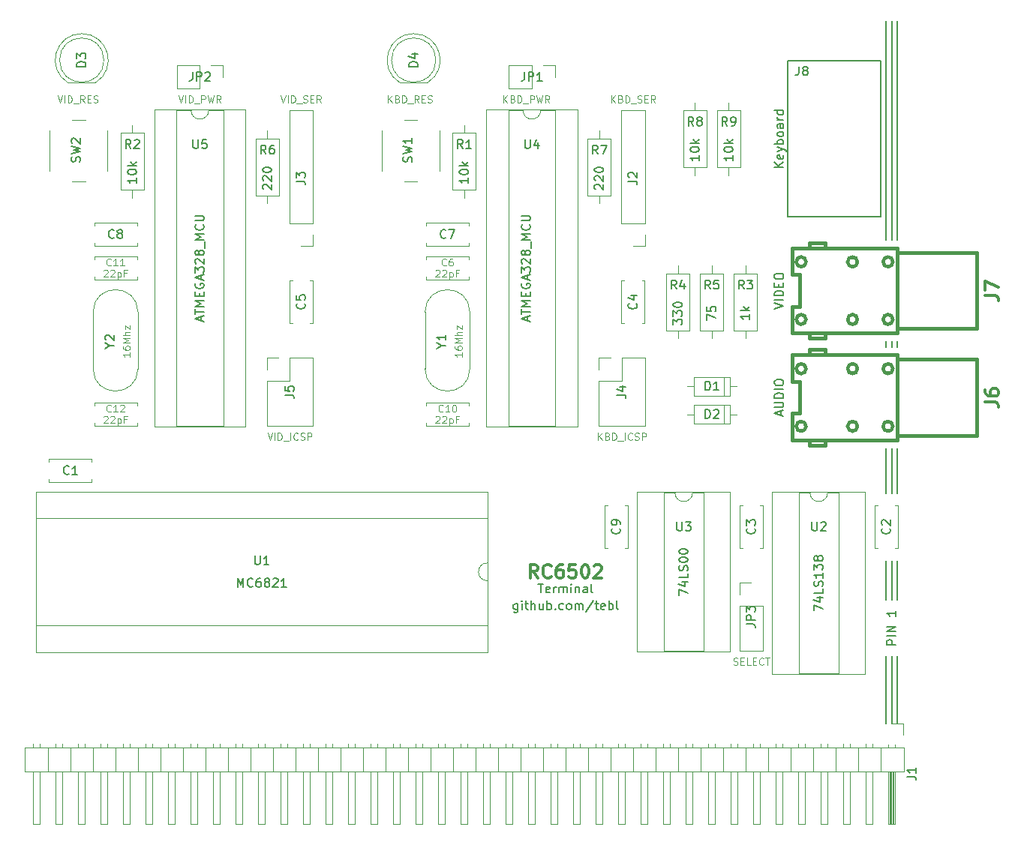
<source format=gto>
G04 #@! TF.FileFunction,Legend,Top*
%FSLAX46Y46*%
G04 Gerber Fmt 4.6, Leading zero omitted, Abs format (unit mm)*
G04 Created by KiCad (PCBNEW 4.0.7) date 01/22/20 13:23:21*
%MOMM*%
%LPD*%
G01*
G04 APERTURE LIST*
%ADD10C,0.100000*%
%ADD11C,0.200000*%
%ADD12C,0.150000*%
%ADD13C,0.300000*%
%ADD14C,0.120000*%
%ADD15C,0.381000*%
%ADD16C,0.304800*%
G04 APERTURE END LIST*
D10*
D11*
X193040000Y-81280000D02*
X193040000Y-56515000D01*
X193040000Y-104775000D02*
X193040000Y-109855000D01*
X193675000Y-109855000D02*
X193675000Y-104775000D01*
X194310000Y-104775000D02*
X194310000Y-109855000D01*
X193040000Y-92710000D02*
X193040000Y-93345000D01*
X193675000Y-93345000D02*
X193675000Y-92710000D01*
X194310000Y-92710000D02*
X194310000Y-93345000D01*
X194310000Y-81280000D02*
X194310000Y-56515000D01*
X193675000Y-56515000D02*
X193675000Y-81280000D01*
X193040000Y-121920000D02*
X193040000Y-117475000D01*
X193675000Y-117475000D02*
X193675000Y-121920000D01*
X194310000Y-121920000D02*
X194310000Y-117475000D01*
X193675000Y-135890000D02*
X193675000Y-128270000D01*
X193040000Y-128270000D02*
X193040000Y-135890000D01*
X194310000Y-135890000D02*
X194310000Y-128270000D01*
D12*
X194127381Y-126975952D02*
X193127381Y-126975952D01*
X193127381Y-126594999D01*
X193175000Y-126499761D01*
X193222619Y-126452142D01*
X193317857Y-126404523D01*
X193460714Y-126404523D01*
X193555952Y-126452142D01*
X193603571Y-126499761D01*
X193651190Y-126594999D01*
X193651190Y-126975952D01*
X194127381Y-125975952D02*
X193127381Y-125975952D01*
X194127381Y-125499762D02*
X193127381Y-125499762D01*
X194127381Y-124928333D01*
X193127381Y-124928333D01*
X194127381Y-123166428D02*
X194127381Y-123737857D01*
X194127381Y-123452143D02*
X193127381Y-123452143D01*
X193270238Y-123547381D01*
X193365476Y-123642619D01*
X193413095Y-123737857D01*
X151440238Y-122340714D02*
X151440238Y-123150238D01*
X151392619Y-123245476D01*
X151345000Y-123293095D01*
X151249761Y-123340714D01*
X151106904Y-123340714D01*
X151011666Y-123293095D01*
X151440238Y-122959762D02*
X151345000Y-123007381D01*
X151154523Y-123007381D01*
X151059285Y-122959762D01*
X151011666Y-122912143D01*
X150964047Y-122816905D01*
X150964047Y-122531190D01*
X151011666Y-122435952D01*
X151059285Y-122388333D01*
X151154523Y-122340714D01*
X151345000Y-122340714D01*
X151440238Y-122388333D01*
X151916428Y-123007381D02*
X151916428Y-122340714D01*
X151916428Y-122007381D02*
X151868809Y-122055000D01*
X151916428Y-122102619D01*
X151964047Y-122055000D01*
X151916428Y-122007381D01*
X151916428Y-122102619D01*
X152249761Y-122340714D02*
X152630713Y-122340714D01*
X152392618Y-122007381D02*
X152392618Y-122864524D01*
X152440237Y-122959762D01*
X152535475Y-123007381D01*
X152630713Y-123007381D01*
X152964047Y-123007381D02*
X152964047Y-122007381D01*
X153392619Y-123007381D02*
X153392619Y-122483571D01*
X153345000Y-122388333D01*
X153249762Y-122340714D01*
X153106904Y-122340714D01*
X153011666Y-122388333D01*
X152964047Y-122435952D01*
X154297381Y-122340714D02*
X154297381Y-123007381D01*
X153868809Y-122340714D02*
X153868809Y-122864524D01*
X153916428Y-122959762D01*
X154011666Y-123007381D01*
X154154524Y-123007381D01*
X154249762Y-122959762D01*
X154297381Y-122912143D01*
X154773571Y-123007381D02*
X154773571Y-122007381D01*
X154773571Y-122388333D02*
X154868809Y-122340714D01*
X155059286Y-122340714D01*
X155154524Y-122388333D01*
X155202143Y-122435952D01*
X155249762Y-122531190D01*
X155249762Y-122816905D01*
X155202143Y-122912143D01*
X155154524Y-122959762D01*
X155059286Y-123007381D01*
X154868809Y-123007381D01*
X154773571Y-122959762D01*
X155678333Y-122912143D02*
X155725952Y-122959762D01*
X155678333Y-123007381D01*
X155630714Y-122959762D01*
X155678333Y-122912143D01*
X155678333Y-123007381D01*
X156583095Y-122959762D02*
X156487857Y-123007381D01*
X156297380Y-123007381D01*
X156202142Y-122959762D01*
X156154523Y-122912143D01*
X156106904Y-122816905D01*
X156106904Y-122531190D01*
X156154523Y-122435952D01*
X156202142Y-122388333D01*
X156297380Y-122340714D01*
X156487857Y-122340714D01*
X156583095Y-122388333D01*
X157154523Y-123007381D02*
X157059285Y-122959762D01*
X157011666Y-122912143D01*
X156964047Y-122816905D01*
X156964047Y-122531190D01*
X157011666Y-122435952D01*
X157059285Y-122388333D01*
X157154523Y-122340714D01*
X157297381Y-122340714D01*
X157392619Y-122388333D01*
X157440238Y-122435952D01*
X157487857Y-122531190D01*
X157487857Y-122816905D01*
X157440238Y-122912143D01*
X157392619Y-122959762D01*
X157297381Y-123007381D01*
X157154523Y-123007381D01*
X157916428Y-123007381D02*
X157916428Y-122340714D01*
X157916428Y-122435952D02*
X157964047Y-122388333D01*
X158059285Y-122340714D01*
X158202143Y-122340714D01*
X158297381Y-122388333D01*
X158345000Y-122483571D01*
X158345000Y-123007381D01*
X158345000Y-122483571D02*
X158392619Y-122388333D01*
X158487857Y-122340714D01*
X158630714Y-122340714D01*
X158725952Y-122388333D01*
X158773571Y-122483571D01*
X158773571Y-123007381D01*
X159964047Y-121959762D02*
X159106904Y-123245476D01*
X160154523Y-122340714D02*
X160535475Y-122340714D01*
X160297380Y-122007381D02*
X160297380Y-122864524D01*
X160344999Y-122959762D01*
X160440237Y-123007381D01*
X160535475Y-123007381D01*
X161249762Y-122959762D02*
X161154524Y-123007381D01*
X160964047Y-123007381D01*
X160868809Y-122959762D01*
X160821190Y-122864524D01*
X160821190Y-122483571D01*
X160868809Y-122388333D01*
X160964047Y-122340714D01*
X161154524Y-122340714D01*
X161249762Y-122388333D01*
X161297381Y-122483571D01*
X161297381Y-122578810D01*
X160821190Y-122674048D01*
X161725952Y-123007381D02*
X161725952Y-122007381D01*
X161725952Y-122388333D02*
X161821190Y-122340714D01*
X162011667Y-122340714D01*
X162106905Y-122388333D01*
X162154524Y-122435952D01*
X162202143Y-122531190D01*
X162202143Y-122816905D01*
X162154524Y-122912143D01*
X162106905Y-122959762D01*
X162011667Y-123007381D01*
X161821190Y-123007381D01*
X161725952Y-122959762D01*
X162773571Y-123007381D02*
X162678333Y-122959762D01*
X162630714Y-122864524D01*
X162630714Y-122007381D01*
X153749762Y-120102381D02*
X154321191Y-120102381D01*
X154035476Y-121102381D02*
X154035476Y-120102381D01*
X155035477Y-121054762D02*
X154940239Y-121102381D01*
X154749762Y-121102381D01*
X154654524Y-121054762D01*
X154606905Y-120959524D01*
X154606905Y-120578571D01*
X154654524Y-120483333D01*
X154749762Y-120435714D01*
X154940239Y-120435714D01*
X155035477Y-120483333D01*
X155083096Y-120578571D01*
X155083096Y-120673810D01*
X154606905Y-120769048D01*
X155511667Y-121102381D02*
X155511667Y-120435714D01*
X155511667Y-120626190D02*
X155559286Y-120530952D01*
X155606905Y-120483333D01*
X155702143Y-120435714D01*
X155797382Y-120435714D01*
X156130715Y-121102381D02*
X156130715Y-120435714D01*
X156130715Y-120530952D02*
X156178334Y-120483333D01*
X156273572Y-120435714D01*
X156416430Y-120435714D01*
X156511668Y-120483333D01*
X156559287Y-120578571D01*
X156559287Y-121102381D01*
X156559287Y-120578571D02*
X156606906Y-120483333D01*
X156702144Y-120435714D01*
X156845001Y-120435714D01*
X156940239Y-120483333D01*
X156987858Y-120578571D01*
X156987858Y-121102381D01*
X157464048Y-121102381D02*
X157464048Y-120435714D01*
X157464048Y-120102381D02*
X157416429Y-120150000D01*
X157464048Y-120197619D01*
X157511667Y-120150000D01*
X157464048Y-120102381D01*
X157464048Y-120197619D01*
X157940238Y-120435714D02*
X157940238Y-121102381D01*
X157940238Y-120530952D02*
X157987857Y-120483333D01*
X158083095Y-120435714D01*
X158225953Y-120435714D01*
X158321191Y-120483333D01*
X158368810Y-120578571D01*
X158368810Y-121102381D01*
X159273572Y-121102381D02*
X159273572Y-120578571D01*
X159225953Y-120483333D01*
X159130715Y-120435714D01*
X158940238Y-120435714D01*
X158845000Y-120483333D01*
X159273572Y-121054762D02*
X159178334Y-121102381D01*
X158940238Y-121102381D01*
X158845000Y-121054762D01*
X158797381Y-120959524D01*
X158797381Y-120864286D01*
X158845000Y-120769048D01*
X158940238Y-120721429D01*
X159178334Y-120721429D01*
X159273572Y-120673810D01*
X159892619Y-121102381D02*
X159797381Y-121054762D01*
X159749762Y-120959524D01*
X159749762Y-120102381D01*
D13*
X153702144Y-119423571D02*
X153202144Y-118709286D01*
X152845001Y-119423571D02*
X152845001Y-117923571D01*
X153416429Y-117923571D01*
X153559287Y-117995000D01*
X153630715Y-118066429D01*
X153702144Y-118209286D01*
X153702144Y-118423571D01*
X153630715Y-118566429D01*
X153559287Y-118637857D01*
X153416429Y-118709286D01*
X152845001Y-118709286D01*
X155202144Y-119280714D02*
X155130715Y-119352143D01*
X154916429Y-119423571D01*
X154773572Y-119423571D01*
X154559287Y-119352143D01*
X154416429Y-119209286D01*
X154345001Y-119066429D01*
X154273572Y-118780714D01*
X154273572Y-118566429D01*
X154345001Y-118280714D01*
X154416429Y-118137857D01*
X154559287Y-117995000D01*
X154773572Y-117923571D01*
X154916429Y-117923571D01*
X155130715Y-117995000D01*
X155202144Y-118066429D01*
X156487858Y-117923571D02*
X156202144Y-117923571D01*
X156059287Y-117995000D01*
X155987858Y-118066429D01*
X155845001Y-118280714D01*
X155773572Y-118566429D01*
X155773572Y-119137857D01*
X155845001Y-119280714D01*
X155916429Y-119352143D01*
X156059287Y-119423571D01*
X156345001Y-119423571D01*
X156487858Y-119352143D01*
X156559287Y-119280714D01*
X156630715Y-119137857D01*
X156630715Y-118780714D01*
X156559287Y-118637857D01*
X156487858Y-118566429D01*
X156345001Y-118495000D01*
X156059287Y-118495000D01*
X155916429Y-118566429D01*
X155845001Y-118637857D01*
X155773572Y-118780714D01*
X157987858Y-117923571D02*
X157273572Y-117923571D01*
X157202143Y-118637857D01*
X157273572Y-118566429D01*
X157416429Y-118495000D01*
X157773572Y-118495000D01*
X157916429Y-118566429D01*
X157987858Y-118637857D01*
X158059286Y-118780714D01*
X158059286Y-119137857D01*
X157987858Y-119280714D01*
X157916429Y-119352143D01*
X157773572Y-119423571D01*
X157416429Y-119423571D01*
X157273572Y-119352143D01*
X157202143Y-119280714D01*
X158987857Y-117923571D02*
X159130714Y-117923571D01*
X159273571Y-117995000D01*
X159345000Y-118066429D01*
X159416429Y-118209286D01*
X159487857Y-118495000D01*
X159487857Y-118852143D01*
X159416429Y-119137857D01*
X159345000Y-119280714D01*
X159273571Y-119352143D01*
X159130714Y-119423571D01*
X158987857Y-119423571D01*
X158845000Y-119352143D01*
X158773571Y-119280714D01*
X158702143Y-119137857D01*
X158630714Y-118852143D01*
X158630714Y-118495000D01*
X158702143Y-118209286D01*
X158773571Y-118066429D01*
X158845000Y-117995000D01*
X158987857Y-117923571D01*
X160059285Y-118066429D02*
X160130714Y-117995000D01*
X160273571Y-117923571D01*
X160630714Y-117923571D01*
X160773571Y-117995000D01*
X160845000Y-118066429D01*
X160916428Y-118209286D01*
X160916428Y-118352143D01*
X160845000Y-118566429D01*
X159987857Y-119423571D01*
X160916428Y-119423571D01*
D14*
X98515000Y-106005000D02*
X103335000Y-106005000D01*
X98515000Y-108625000D02*
X103335000Y-108625000D01*
X98515000Y-106005000D02*
X98515000Y-106319000D01*
X98515000Y-108311000D02*
X98515000Y-108625000D01*
X103335000Y-106005000D02*
X103335000Y-106319000D01*
X103335000Y-108311000D02*
X103335000Y-108625000D01*
X194350000Y-111215000D02*
X194350000Y-116035000D01*
X191730000Y-111215000D02*
X191730000Y-116035000D01*
X194350000Y-111215000D02*
X194036000Y-111215000D01*
X192044000Y-111215000D02*
X191730000Y-111215000D01*
X194350000Y-116035000D02*
X194036000Y-116035000D01*
X192044000Y-116035000D02*
X191730000Y-116035000D01*
X179110000Y-111215000D02*
X179110000Y-116035000D01*
X176490000Y-111215000D02*
X176490000Y-116035000D01*
X179110000Y-111215000D02*
X178796000Y-111215000D01*
X176804000Y-111215000D02*
X176490000Y-111215000D01*
X179110000Y-116035000D02*
X178796000Y-116035000D01*
X176804000Y-116035000D02*
X176490000Y-116035000D01*
X165775000Y-85815000D02*
X165775000Y-90635000D01*
X163155000Y-85815000D02*
X163155000Y-90635000D01*
X165775000Y-85815000D02*
X165461000Y-85815000D01*
X163469000Y-85815000D02*
X163155000Y-85815000D01*
X165775000Y-90635000D02*
X165461000Y-90635000D01*
X163469000Y-90635000D02*
X163155000Y-90635000D01*
X128310000Y-85815000D02*
X128310000Y-90635000D01*
X125690000Y-85815000D02*
X125690000Y-90635000D01*
X128310000Y-85815000D02*
X127996000Y-85815000D01*
X126004000Y-85815000D02*
X125690000Y-85815000D01*
X128310000Y-90635000D02*
X127996000Y-90635000D01*
X126004000Y-90635000D02*
X125690000Y-90635000D01*
X145960000Y-85765000D02*
X141140000Y-85765000D01*
X145960000Y-83145000D02*
X141140000Y-83145000D01*
X145960000Y-85765000D02*
X145960000Y-85451000D01*
X145960000Y-83459000D02*
X145960000Y-83145000D01*
X141140000Y-85765000D02*
X141140000Y-85451000D01*
X141140000Y-83459000D02*
X141140000Y-83145000D01*
X145960000Y-81955000D02*
X141140000Y-81955000D01*
X145960000Y-79335000D02*
X141140000Y-79335000D01*
X145960000Y-81955000D02*
X145960000Y-81641000D01*
X145960000Y-79649000D02*
X145960000Y-79335000D01*
X141140000Y-81955000D02*
X141140000Y-81641000D01*
X141140000Y-79649000D02*
X141140000Y-79335000D01*
X108495000Y-81955000D02*
X103675000Y-81955000D01*
X108495000Y-79335000D02*
X103675000Y-79335000D01*
X108495000Y-81955000D02*
X108495000Y-81641000D01*
X108495000Y-79649000D02*
X108495000Y-79335000D01*
X103675000Y-81955000D02*
X103675000Y-81641000D01*
X103675000Y-79649000D02*
X103675000Y-79335000D01*
X163870000Y-111215000D02*
X163870000Y-116035000D01*
X161250000Y-111215000D02*
X161250000Y-116035000D01*
X163870000Y-111215000D02*
X163556000Y-111215000D01*
X161564000Y-111215000D02*
X161250000Y-111215000D01*
X163870000Y-116035000D02*
X163556000Y-116035000D01*
X161564000Y-116035000D02*
X161250000Y-116035000D01*
X145960000Y-102275000D02*
X141140000Y-102275000D01*
X145960000Y-99655000D02*
X141140000Y-99655000D01*
X145960000Y-102275000D02*
X145960000Y-101961000D01*
X145960000Y-99969000D02*
X145960000Y-99655000D01*
X141140000Y-102275000D02*
X141140000Y-101961000D01*
X141140000Y-99969000D02*
X141140000Y-99655000D01*
X108495000Y-85765000D02*
X103675000Y-85765000D01*
X108495000Y-83145000D02*
X103675000Y-83145000D01*
X108495000Y-85765000D02*
X108495000Y-85451000D01*
X108495000Y-83459000D02*
X108495000Y-83145000D01*
X103675000Y-85765000D02*
X103675000Y-85451000D01*
X103675000Y-83459000D02*
X103675000Y-83145000D01*
X108495000Y-102275000D02*
X103675000Y-102275000D01*
X108495000Y-99655000D02*
X103675000Y-99655000D01*
X108495000Y-102275000D02*
X108495000Y-101961000D01*
X108495000Y-99969000D02*
X108495000Y-99655000D01*
X103675000Y-102275000D02*
X103675000Y-101961000D01*
X103675000Y-99969000D02*
X103675000Y-99655000D01*
X175415000Y-98850000D02*
X175415000Y-96730000D01*
X175415000Y-96730000D02*
X171295000Y-96730000D01*
X171295000Y-96730000D02*
X171295000Y-98850000D01*
X171295000Y-98850000D02*
X175415000Y-98850000D01*
X176185000Y-97790000D02*
X175415000Y-97790000D01*
X170525000Y-97790000D02*
X171295000Y-97790000D01*
X174755000Y-98850000D02*
X174755000Y-96730000D01*
X175415000Y-102025000D02*
X175415000Y-99905000D01*
X175415000Y-99905000D02*
X171295000Y-99905000D01*
X171295000Y-99905000D02*
X171295000Y-102025000D01*
X171295000Y-102025000D02*
X175415000Y-102025000D01*
X176185000Y-100965000D02*
X175415000Y-100965000D01*
X170525000Y-100965000D02*
X171295000Y-100965000D01*
X174755000Y-102025000D02*
X174755000Y-99905000D01*
X102235462Y-57970000D02*
G75*
G03X100690170Y-63520000I-462J-2990000D01*
G01*
X102234538Y-57970000D02*
G75*
G02X103779830Y-63520000I462J-2990000D01*
G01*
X104735000Y-60960000D02*
G75*
G03X104735000Y-60960000I-2500000J0D01*
G01*
X100690000Y-63520000D02*
X103780000Y-63520000D01*
X139700462Y-57970000D02*
G75*
G03X138155170Y-63520000I-462J-2990000D01*
G01*
X139699538Y-57970000D02*
G75*
G02X141244830Y-63520000I462J-2990000D01*
G01*
X142200000Y-60960000D02*
G75*
G03X142200000Y-60960000I-2500000J0D01*
G01*
X138155000Y-63520000D02*
X141245000Y-63520000D01*
X195005000Y-138600000D02*
X95825000Y-138600000D01*
X95825000Y-138600000D02*
X95825000Y-141260000D01*
X95825000Y-141260000D02*
X195005000Y-141260000D01*
X195005000Y-141260000D02*
X195005000Y-138600000D01*
X194055000Y-141260000D02*
X194055000Y-147260000D01*
X194055000Y-147260000D02*
X193295000Y-147260000D01*
X193295000Y-147260000D02*
X193295000Y-141260000D01*
X193995000Y-141260000D02*
X193995000Y-147260000D01*
X193875000Y-141260000D02*
X193875000Y-147260000D01*
X193755000Y-141260000D02*
X193755000Y-147260000D01*
X193635000Y-141260000D02*
X193635000Y-147260000D01*
X193515000Y-141260000D02*
X193515000Y-147260000D01*
X193395000Y-141260000D02*
X193395000Y-147260000D01*
X194055000Y-138270000D02*
X194055000Y-138600000D01*
X193295000Y-138270000D02*
X193295000Y-138600000D01*
X192405000Y-138600000D02*
X192405000Y-141260000D01*
X191515000Y-141260000D02*
X191515000Y-147260000D01*
X191515000Y-147260000D02*
X190755000Y-147260000D01*
X190755000Y-147260000D02*
X190755000Y-141260000D01*
X191515000Y-138202929D02*
X191515000Y-138600000D01*
X190755000Y-138202929D02*
X190755000Y-138600000D01*
X189865000Y-138600000D02*
X189865000Y-141260000D01*
X188975000Y-141260000D02*
X188975000Y-147260000D01*
X188975000Y-147260000D02*
X188215000Y-147260000D01*
X188215000Y-147260000D02*
X188215000Y-141260000D01*
X188975000Y-138202929D02*
X188975000Y-138600000D01*
X188215000Y-138202929D02*
X188215000Y-138600000D01*
X187325000Y-138600000D02*
X187325000Y-141260000D01*
X186435000Y-141260000D02*
X186435000Y-147260000D01*
X186435000Y-147260000D02*
X185675000Y-147260000D01*
X185675000Y-147260000D02*
X185675000Y-141260000D01*
X186435000Y-138202929D02*
X186435000Y-138600000D01*
X185675000Y-138202929D02*
X185675000Y-138600000D01*
X184785000Y-138600000D02*
X184785000Y-141260000D01*
X183895000Y-141260000D02*
X183895000Y-147260000D01*
X183895000Y-147260000D02*
X183135000Y-147260000D01*
X183135000Y-147260000D02*
X183135000Y-141260000D01*
X183895000Y-138202929D02*
X183895000Y-138600000D01*
X183135000Y-138202929D02*
X183135000Y-138600000D01*
X182245000Y-138600000D02*
X182245000Y-141260000D01*
X181355000Y-141260000D02*
X181355000Y-147260000D01*
X181355000Y-147260000D02*
X180595000Y-147260000D01*
X180595000Y-147260000D02*
X180595000Y-141260000D01*
X181355000Y-138202929D02*
X181355000Y-138600000D01*
X180595000Y-138202929D02*
X180595000Y-138600000D01*
X179705000Y-138600000D02*
X179705000Y-141260000D01*
X178815000Y-141260000D02*
X178815000Y-147260000D01*
X178815000Y-147260000D02*
X178055000Y-147260000D01*
X178055000Y-147260000D02*
X178055000Y-141260000D01*
X178815000Y-138202929D02*
X178815000Y-138600000D01*
X178055000Y-138202929D02*
X178055000Y-138600000D01*
X177165000Y-138600000D02*
X177165000Y-141260000D01*
X176275000Y-141260000D02*
X176275000Y-147260000D01*
X176275000Y-147260000D02*
X175515000Y-147260000D01*
X175515000Y-147260000D02*
X175515000Y-141260000D01*
X176275000Y-138202929D02*
X176275000Y-138600000D01*
X175515000Y-138202929D02*
X175515000Y-138600000D01*
X174625000Y-138600000D02*
X174625000Y-141260000D01*
X173735000Y-141260000D02*
X173735000Y-147260000D01*
X173735000Y-147260000D02*
X172975000Y-147260000D01*
X172975000Y-147260000D02*
X172975000Y-141260000D01*
X173735000Y-138202929D02*
X173735000Y-138600000D01*
X172975000Y-138202929D02*
X172975000Y-138600000D01*
X172085000Y-138600000D02*
X172085000Y-141260000D01*
X171195000Y-141260000D02*
X171195000Y-147260000D01*
X171195000Y-147260000D02*
X170435000Y-147260000D01*
X170435000Y-147260000D02*
X170435000Y-141260000D01*
X171195000Y-138202929D02*
X171195000Y-138600000D01*
X170435000Y-138202929D02*
X170435000Y-138600000D01*
X169545000Y-138600000D02*
X169545000Y-141260000D01*
X168655000Y-141260000D02*
X168655000Y-147260000D01*
X168655000Y-147260000D02*
X167895000Y-147260000D01*
X167895000Y-147260000D02*
X167895000Y-141260000D01*
X168655000Y-138202929D02*
X168655000Y-138600000D01*
X167895000Y-138202929D02*
X167895000Y-138600000D01*
X167005000Y-138600000D02*
X167005000Y-141260000D01*
X166115000Y-141260000D02*
X166115000Y-147260000D01*
X166115000Y-147260000D02*
X165355000Y-147260000D01*
X165355000Y-147260000D02*
X165355000Y-141260000D01*
X166115000Y-138202929D02*
X166115000Y-138600000D01*
X165355000Y-138202929D02*
X165355000Y-138600000D01*
X164465000Y-138600000D02*
X164465000Y-141260000D01*
X163575000Y-141260000D02*
X163575000Y-147260000D01*
X163575000Y-147260000D02*
X162815000Y-147260000D01*
X162815000Y-147260000D02*
X162815000Y-141260000D01*
X163575000Y-138202929D02*
X163575000Y-138600000D01*
X162815000Y-138202929D02*
X162815000Y-138600000D01*
X161925000Y-138600000D02*
X161925000Y-141260000D01*
X161035000Y-141260000D02*
X161035000Y-147260000D01*
X161035000Y-147260000D02*
X160275000Y-147260000D01*
X160275000Y-147260000D02*
X160275000Y-141260000D01*
X161035000Y-138202929D02*
X161035000Y-138600000D01*
X160275000Y-138202929D02*
X160275000Y-138600000D01*
X159385000Y-138600000D02*
X159385000Y-141260000D01*
X158495000Y-141260000D02*
X158495000Y-147260000D01*
X158495000Y-147260000D02*
X157735000Y-147260000D01*
X157735000Y-147260000D02*
X157735000Y-141260000D01*
X158495000Y-138202929D02*
X158495000Y-138600000D01*
X157735000Y-138202929D02*
X157735000Y-138600000D01*
X156845000Y-138600000D02*
X156845000Y-141260000D01*
X155955000Y-141260000D02*
X155955000Y-147260000D01*
X155955000Y-147260000D02*
X155195000Y-147260000D01*
X155195000Y-147260000D02*
X155195000Y-141260000D01*
X155955000Y-138202929D02*
X155955000Y-138600000D01*
X155195000Y-138202929D02*
X155195000Y-138600000D01*
X154305000Y-138600000D02*
X154305000Y-141260000D01*
X153415000Y-141260000D02*
X153415000Y-147260000D01*
X153415000Y-147260000D02*
X152655000Y-147260000D01*
X152655000Y-147260000D02*
X152655000Y-141260000D01*
X153415000Y-138202929D02*
X153415000Y-138600000D01*
X152655000Y-138202929D02*
X152655000Y-138600000D01*
X151765000Y-138600000D02*
X151765000Y-141260000D01*
X150875000Y-141260000D02*
X150875000Y-147260000D01*
X150875000Y-147260000D02*
X150115000Y-147260000D01*
X150115000Y-147260000D02*
X150115000Y-141260000D01*
X150875000Y-138202929D02*
X150875000Y-138600000D01*
X150115000Y-138202929D02*
X150115000Y-138600000D01*
X149225000Y-138600000D02*
X149225000Y-141260000D01*
X148335000Y-141260000D02*
X148335000Y-147260000D01*
X148335000Y-147260000D02*
X147575000Y-147260000D01*
X147575000Y-147260000D02*
X147575000Y-141260000D01*
X148335000Y-138202929D02*
X148335000Y-138600000D01*
X147575000Y-138202929D02*
X147575000Y-138600000D01*
X146685000Y-138600000D02*
X146685000Y-141260000D01*
X145795000Y-141260000D02*
X145795000Y-147260000D01*
X145795000Y-147260000D02*
X145035000Y-147260000D01*
X145035000Y-147260000D02*
X145035000Y-141260000D01*
X145795000Y-138202929D02*
X145795000Y-138600000D01*
X145035000Y-138202929D02*
X145035000Y-138600000D01*
X144145000Y-138600000D02*
X144145000Y-141260000D01*
X143255000Y-141260000D02*
X143255000Y-147260000D01*
X143255000Y-147260000D02*
X142495000Y-147260000D01*
X142495000Y-147260000D02*
X142495000Y-141260000D01*
X143255000Y-138202929D02*
X143255000Y-138600000D01*
X142495000Y-138202929D02*
X142495000Y-138600000D01*
X141605000Y-138600000D02*
X141605000Y-141260000D01*
X140715000Y-141260000D02*
X140715000Y-147260000D01*
X140715000Y-147260000D02*
X139955000Y-147260000D01*
X139955000Y-147260000D02*
X139955000Y-141260000D01*
X140715000Y-138202929D02*
X140715000Y-138600000D01*
X139955000Y-138202929D02*
X139955000Y-138600000D01*
X139065000Y-138600000D02*
X139065000Y-141260000D01*
X138175000Y-141260000D02*
X138175000Y-147260000D01*
X138175000Y-147260000D02*
X137415000Y-147260000D01*
X137415000Y-147260000D02*
X137415000Y-141260000D01*
X138175000Y-138202929D02*
X138175000Y-138600000D01*
X137415000Y-138202929D02*
X137415000Y-138600000D01*
X136525000Y-138600000D02*
X136525000Y-141260000D01*
X135635000Y-141260000D02*
X135635000Y-147260000D01*
X135635000Y-147260000D02*
X134875000Y-147260000D01*
X134875000Y-147260000D02*
X134875000Y-141260000D01*
X135635000Y-138202929D02*
X135635000Y-138600000D01*
X134875000Y-138202929D02*
X134875000Y-138600000D01*
X133985000Y-138600000D02*
X133985000Y-141260000D01*
X133095000Y-141260000D02*
X133095000Y-147260000D01*
X133095000Y-147260000D02*
X132335000Y-147260000D01*
X132335000Y-147260000D02*
X132335000Y-141260000D01*
X133095000Y-138202929D02*
X133095000Y-138600000D01*
X132335000Y-138202929D02*
X132335000Y-138600000D01*
X131445000Y-138600000D02*
X131445000Y-141260000D01*
X130555000Y-141260000D02*
X130555000Y-147260000D01*
X130555000Y-147260000D02*
X129795000Y-147260000D01*
X129795000Y-147260000D02*
X129795000Y-141260000D01*
X130555000Y-138202929D02*
X130555000Y-138600000D01*
X129795000Y-138202929D02*
X129795000Y-138600000D01*
X128905000Y-138600000D02*
X128905000Y-141260000D01*
X128015000Y-141260000D02*
X128015000Y-147260000D01*
X128015000Y-147260000D02*
X127255000Y-147260000D01*
X127255000Y-147260000D02*
X127255000Y-141260000D01*
X128015000Y-138202929D02*
X128015000Y-138600000D01*
X127255000Y-138202929D02*
X127255000Y-138600000D01*
X126365000Y-138600000D02*
X126365000Y-141260000D01*
X125475000Y-141260000D02*
X125475000Y-147260000D01*
X125475000Y-147260000D02*
X124715000Y-147260000D01*
X124715000Y-147260000D02*
X124715000Y-141260000D01*
X125475000Y-138202929D02*
X125475000Y-138600000D01*
X124715000Y-138202929D02*
X124715000Y-138600000D01*
X123825000Y-138600000D02*
X123825000Y-141260000D01*
X122935000Y-141260000D02*
X122935000Y-147260000D01*
X122935000Y-147260000D02*
X122175000Y-147260000D01*
X122175000Y-147260000D02*
X122175000Y-141260000D01*
X122935000Y-138202929D02*
X122935000Y-138600000D01*
X122175000Y-138202929D02*
X122175000Y-138600000D01*
X121285000Y-138600000D02*
X121285000Y-141260000D01*
X120395000Y-141260000D02*
X120395000Y-147260000D01*
X120395000Y-147260000D02*
X119635000Y-147260000D01*
X119635000Y-147260000D02*
X119635000Y-141260000D01*
X120395000Y-138202929D02*
X120395000Y-138600000D01*
X119635000Y-138202929D02*
X119635000Y-138600000D01*
X118745000Y-138600000D02*
X118745000Y-141260000D01*
X117855000Y-141260000D02*
X117855000Y-147260000D01*
X117855000Y-147260000D02*
X117095000Y-147260000D01*
X117095000Y-147260000D02*
X117095000Y-141260000D01*
X117855000Y-138202929D02*
X117855000Y-138600000D01*
X117095000Y-138202929D02*
X117095000Y-138600000D01*
X116205000Y-138600000D02*
X116205000Y-141260000D01*
X115315000Y-141260000D02*
X115315000Y-147260000D01*
X115315000Y-147260000D02*
X114555000Y-147260000D01*
X114555000Y-147260000D02*
X114555000Y-141260000D01*
X115315000Y-138202929D02*
X115315000Y-138600000D01*
X114555000Y-138202929D02*
X114555000Y-138600000D01*
X113665000Y-138600000D02*
X113665000Y-141260000D01*
X112775000Y-141260000D02*
X112775000Y-147260000D01*
X112775000Y-147260000D02*
X112015000Y-147260000D01*
X112015000Y-147260000D02*
X112015000Y-141260000D01*
X112775000Y-138202929D02*
X112775000Y-138600000D01*
X112015000Y-138202929D02*
X112015000Y-138600000D01*
X111125000Y-138600000D02*
X111125000Y-141260000D01*
X110235000Y-141260000D02*
X110235000Y-147260000D01*
X110235000Y-147260000D02*
X109475000Y-147260000D01*
X109475000Y-147260000D02*
X109475000Y-141260000D01*
X110235000Y-138202929D02*
X110235000Y-138600000D01*
X109475000Y-138202929D02*
X109475000Y-138600000D01*
X108585000Y-138600000D02*
X108585000Y-141260000D01*
X107695000Y-141260000D02*
X107695000Y-147260000D01*
X107695000Y-147260000D02*
X106935000Y-147260000D01*
X106935000Y-147260000D02*
X106935000Y-141260000D01*
X107695000Y-138202929D02*
X107695000Y-138600000D01*
X106935000Y-138202929D02*
X106935000Y-138600000D01*
X106045000Y-138600000D02*
X106045000Y-141260000D01*
X105155000Y-141260000D02*
X105155000Y-147260000D01*
X105155000Y-147260000D02*
X104395000Y-147260000D01*
X104395000Y-147260000D02*
X104395000Y-141260000D01*
X105155000Y-138202929D02*
X105155000Y-138600000D01*
X104395000Y-138202929D02*
X104395000Y-138600000D01*
X103505000Y-138600000D02*
X103505000Y-141260000D01*
X102615000Y-141260000D02*
X102615000Y-147260000D01*
X102615000Y-147260000D02*
X101855000Y-147260000D01*
X101855000Y-147260000D02*
X101855000Y-141260000D01*
X102615000Y-138202929D02*
X102615000Y-138600000D01*
X101855000Y-138202929D02*
X101855000Y-138600000D01*
X100965000Y-138600000D02*
X100965000Y-141260000D01*
X100075000Y-141260000D02*
X100075000Y-147260000D01*
X100075000Y-147260000D02*
X99315000Y-147260000D01*
X99315000Y-147260000D02*
X99315000Y-141260000D01*
X100075000Y-138202929D02*
X100075000Y-138600000D01*
X99315000Y-138202929D02*
X99315000Y-138600000D01*
X98425000Y-138600000D02*
X98425000Y-141260000D01*
X97535000Y-141260000D02*
X97535000Y-147260000D01*
X97535000Y-147260000D02*
X96775000Y-147260000D01*
X96775000Y-147260000D02*
X96775000Y-141260000D01*
X97535000Y-138202929D02*
X97535000Y-138600000D01*
X96775000Y-138202929D02*
X96775000Y-138600000D01*
X193675000Y-135890000D02*
X194945000Y-135890000D01*
X194945000Y-135890000D02*
X194945000Y-137160000D01*
X160595000Y-102295000D02*
X165795000Y-102295000D01*
X160595000Y-97155000D02*
X160595000Y-102295000D01*
X165795000Y-94555000D02*
X165795000Y-102295000D01*
X160595000Y-97155000D02*
X163195000Y-97155000D01*
X163195000Y-97155000D02*
X163195000Y-94555000D01*
X163195000Y-94555000D02*
X165795000Y-94555000D01*
X160595000Y-95885000D02*
X160595000Y-94555000D01*
X160595000Y-94555000D02*
X161925000Y-94555000D01*
X123130000Y-102295000D02*
X128330000Y-102295000D01*
X123130000Y-97155000D02*
X123130000Y-102295000D01*
X128330000Y-94555000D02*
X128330000Y-102295000D01*
X123130000Y-97155000D02*
X125730000Y-97155000D01*
X125730000Y-97155000D02*
X125730000Y-94555000D01*
X125730000Y-94555000D02*
X128330000Y-94555000D01*
X123130000Y-95885000D02*
X123130000Y-94555000D01*
X123130000Y-94555000D02*
X124460000Y-94555000D01*
D15*
X183979820Y-102311200D02*
G75*
G03X183979820Y-102311200I-548640J0D01*
G01*
X183984696Y-95808800D02*
G75*
G03X183984696Y-95808800I-553516J0D01*
G01*
X193783789Y-95808800D02*
G75*
G03X193783789Y-95808800I-553289J0D01*
G01*
X193781487Y-102311200D02*
G75*
G03X193781487Y-102311200I-550987J0D01*
G01*
X189778640Y-102311200D02*
G75*
G03X189778640Y-102311200I-548640J0D01*
G01*
X189783516Y-95808800D02*
G75*
G03X189783516Y-95808800I-553516J0D01*
G01*
X194231260Y-103360220D02*
X203230480Y-103360220D01*
X203230480Y-103360220D02*
X203230480Y-94759780D01*
X203230480Y-94759780D02*
X194231260Y-94759780D01*
X184330340Y-94259400D02*
X184330340Y-93659960D01*
X184330340Y-93659960D02*
X186131200Y-93659960D01*
X186131200Y-93659960D02*
X186131200Y-94259400D01*
X184330340Y-104460040D02*
X184330340Y-103860600D01*
X186131200Y-103860600D02*
X186131200Y-104460040D01*
X186131200Y-104460040D02*
X184330340Y-104460040D01*
X182430420Y-103860600D02*
X182430420Y-100860860D01*
X182430420Y-100860860D02*
X183230520Y-100860860D01*
X183230520Y-100860860D02*
X183230520Y-97259140D01*
X183230520Y-97259140D02*
X182430420Y-97259140D01*
X182430420Y-97259140D02*
X182430420Y-94259400D01*
X194231260Y-94259400D02*
X194231260Y-103860600D01*
X194228720Y-103860600D02*
X182427880Y-103860600D01*
X182430420Y-94259400D02*
X194231260Y-94259400D01*
X183979820Y-90246200D02*
G75*
G03X183979820Y-90246200I-548640J0D01*
G01*
X183984696Y-83743800D02*
G75*
G03X183984696Y-83743800I-553516J0D01*
G01*
X193783789Y-83743800D02*
G75*
G03X193783789Y-83743800I-553289J0D01*
G01*
X193781487Y-90246200D02*
G75*
G03X193781487Y-90246200I-550987J0D01*
G01*
X189778640Y-90246200D02*
G75*
G03X189778640Y-90246200I-548640J0D01*
G01*
X189783516Y-83743800D02*
G75*
G03X189783516Y-83743800I-553516J0D01*
G01*
X194231260Y-91295220D02*
X203230480Y-91295220D01*
X203230480Y-91295220D02*
X203230480Y-82694780D01*
X203230480Y-82694780D02*
X194231260Y-82694780D01*
X184330340Y-82194400D02*
X184330340Y-81594960D01*
X184330340Y-81594960D02*
X186131200Y-81594960D01*
X186131200Y-81594960D02*
X186131200Y-82194400D01*
X184330340Y-92395040D02*
X184330340Y-91795600D01*
X186131200Y-91795600D02*
X186131200Y-92395040D01*
X186131200Y-92395040D02*
X184330340Y-92395040D01*
X182430420Y-91795600D02*
X182430420Y-88795860D01*
X182430420Y-88795860D02*
X183230520Y-88795860D01*
X183230520Y-88795860D02*
X183230520Y-85194140D01*
X183230520Y-85194140D02*
X182430420Y-85194140D01*
X182430420Y-85194140D02*
X182430420Y-82194400D01*
X194231260Y-82194400D02*
X194231260Y-91795600D01*
X194228720Y-91795600D02*
X182427880Y-91795600D01*
X182430420Y-82194400D02*
X194231260Y-82194400D01*
D12*
X181945000Y-61050000D02*
X192445000Y-61050000D01*
X181945000Y-78650000D02*
X181945000Y-61050000D01*
X192445000Y-78650000D02*
X181945000Y-78650000D01*
X192445000Y-61050000D02*
X192445000Y-78650000D01*
D14*
X150435000Y-61535000D02*
X150435000Y-64195000D01*
X153035000Y-61535000D02*
X150435000Y-61535000D01*
X153035000Y-64195000D02*
X150435000Y-64195000D01*
X153035000Y-61535000D02*
X153035000Y-64195000D01*
X154305000Y-61535000D02*
X155635000Y-61535000D01*
X155635000Y-61535000D02*
X155635000Y-62865000D01*
X112970000Y-61535000D02*
X112970000Y-64195000D01*
X115570000Y-61535000D02*
X112970000Y-61535000D01*
X115570000Y-64195000D02*
X112970000Y-64195000D01*
X115570000Y-61535000D02*
X115570000Y-64195000D01*
X116840000Y-61535000D02*
X118170000Y-61535000D01*
X118170000Y-61535000D02*
X118170000Y-62865000D01*
X146725000Y-69180000D02*
X144105000Y-69180000D01*
X144105000Y-69180000D02*
X144105000Y-75600000D01*
X144105000Y-75600000D02*
X146725000Y-75600000D01*
X146725000Y-75600000D02*
X146725000Y-69180000D01*
X145415000Y-68290000D02*
X145415000Y-69180000D01*
X145415000Y-76490000D02*
X145415000Y-75600000D01*
X109260000Y-69180000D02*
X106640000Y-69180000D01*
X106640000Y-69180000D02*
X106640000Y-75600000D01*
X106640000Y-75600000D02*
X109260000Y-75600000D01*
X109260000Y-75600000D02*
X109260000Y-69180000D01*
X107950000Y-68290000D02*
X107950000Y-69180000D01*
X107950000Y-76490000D02*
X107950000Y-75600000D01*
X178475000Y-85055000D02*
X175855000Y-85055000D01*
X175855000Y-85055000D02*
X175855000Y-91475000D01*
X175855000Y-91475000D02*
X178475000Y-91475000D01*
X178475000Y-91475000D02*
X178475000Y-85055000D01*
X177165000Y-84165000D02*
X177165000Y-85055000D01*
X177165000Y-92365000D02*
X177165000Y-91475000D01*
X170855000Y-85055000D02*
X168235000Y-85055000D01*
X168235000Y-85055000D02*
X168235000Y-91475000D01*
X168235000Y-91475000D02*
X170855000Y-91475000D01*
X170855000Y-91475000D02*
X170855000Y-85055000D01*
X169545000Y-84165000D02*
X169545000Y-85055000D01*
X169545000Y-92365000D02*
X169545000Y-91475000D01*
X174665000Y-85055000D02*
X172045000Y-85055000D01*
X172045000Y-85055000D02*
X172045000Y-91475000D01*
X172045000Y-91475000D02*
X174665000Y-91475000D01*
X174665000Y-91475000D02*
X174665000Y-85055000D01*
X173355000Y-84165000D02*
X173355000Y-85055000D01*
X173355000Y-92365000D02*
X173355000Y-91475000D01*
X124500000Y-69815000D02*
X121880000Y-69815000D01*
X121880000Y-69815000D02*
X121880000Y-76235000D01*
X121880000Y-76235000D02*
X124500000Y-76235000D01*
X124500000Y-76235000D02*
X124500000Y-69815000D01*
X123190000Y-68925000D02*
X123190000Y-69815000D01*
X123190000Y-77125000D02*
X123190000Y-76235000D01*
X161965000Y-69815000D02*
X159345000Y-69815000D01*
X159345000Y-69815000D02*
X159345000Y-76235000D01*
X159345000Y-76235000D02*
X161965000Y-76235000D01*
X161965000Y-76235000D02*
X161965000Y-69815000D01*
X160655000Y-68925000D02*
X160655000Y-69815000D01*
X160655000Y-77125000D02*
X160655000Y-76235000D01*
X172760000Y-66640000D02*
X170140000Y-66640000D01*
X170140000Y-66640000D02*
X170140000Y-73060000D01*
X170140000Y-73060000D02*
X172760000Y-73060000D01*
X172760000Y-73060000D02*
X172760000Y-66640000D01*
X171450000Y-65750000D02*
X171450000Y-66640000D01*
X171450000Y-73950000D02*
X171450000Y-73060000D01*
X176570000Y-66640000D02*
X173950000Y-66640000D01*
X173950000Y-66640000D02*
X173950000Y-73060000D01*
X173950000Y-73060000D02*
X176570000Y-73060000D01*
X176570000Y-73060000D02*
X176570000Y-66640000D01*
X175260000Y-65750000D02*
X175260000Y-66640000D01*
X175260000Y-73950000D02*
X175260000Y-73060000D01*
X136105000Y-68945000D02*
X136105000Y-73445000D01*
X140105000Y-67695000D02*
X138605000Y-67695000D01*
X142605000Y-73445000D02*
X142605000Y-68945000D01*
X138605000Y-74695000D02*
X140105000Y-74695000D01*
X98640000Y-68945000D02*
X98640000Y-73445000D01*
X102640000Y-67695000D02*
X101140000Y-67695000D01*
X105140000Y-73445000D02*
X105140000Y-68945000D01*
X101140000Y-74695000D02*
X102640000Y-74695000D01*
X148015000Y-119745000D02*
G75*
G02X148015000Y-117745000I0J1000000D01*
G01*
X148015000Y-117745000D02*
X148015000Y-112685000D01*
X148015000Y-112685000D02*
X97095000Y-112685000D01*
X97095000Y-112685000D02*
X97095000Y-124805000D01*
X97095000Y-124805000D02*
X148015000Y-124805000D01*
X148015000Y-124805000D02*
X148015000Y-119745000D01*
X148075000Y-109685000D02*
X97035000Y-109685000D01*
X97035000Y-109685000D02*
X97035000Y-127805000D01*
X97035000Y-127805000D02*
X148075000Y-127805000D01*
X148075000Y-127805000D02*
X148075000Y-109685000D01*
X186420000Y-109795000D02*
G75*
G02X184420000Y-109795000I-1000000J0D01*
G01*
X184420000Y-109795000D02*
X183170000Y-109795000D01*
X183170000Y-109795000D02*
X183170000Y-130235000D01*
X183170000Y-130235000D02*
X187670000Y-130235000D01*
X187670000Y-130235000D02*
X187670000Y-109795000D01*
X187670000Y-109795000D02*
X186420000Y-109795000D01*
X180170000Y-109735000D02*
X180170000Y-130295000D01*
X180170000Y-130295000D02*
X190670000Y-130295000D01*
X190670000Y-130295000D02*
X190670000Y-109735000D01*
X190670000Y-109735000D02*
X180170000Y-109735000D01*
X171180000Y-109795000D02*
G75*
G02X169180000Y-109795000I-1000000J0D01*
G01*
X169180000Y-109795000D02*
X167930000Y-109795000D01*
X167930000Y-109795000D02*
X167930000Y-127695000D01*
X167930000Y-127695000D02*
X172430000Y-127695000D01*
X172430000Y-127695000D02*
X172430000Y-109795000D01*
X172430000Y-109795000D02*
X171180000Y-109795000D01*
X164930000Y-109735000D02*
X164930000Y-127755000D01*
X164930000Y-127755000D02*
X175430000Y-127755000D01*
X175430000Y-127755000D02*
X175430000Y-109735000D01*
X175430000Y-109735000D02*
X164930000Y-109735000D01*
X146035000Y-89410000D02*
X146035000Y-95810000D01*
X140985000Y-89410000D02*
X140985000Y-95810000D01*
X140985000Y-89410000D02*
G75*
G02X146035000Y-89410000I2525000J0D01*
G01*
X140985000Y-95810000D02*
G75*
G03X146035000Y-95810000I2525000J0D01*
G01*
X108570000Y-89410000D02*
X108570000Y-95810000D01*
X103520000Y-89410000D02*
X103520000Y-95810000D01*
X103520000Y-89410000D02*
G75*
G02X108570000Y-89410000I2525000J0D01*
G01*
X103520000Y-95810000D02*
G75*
G03X108570000Y-95810000I2525000J0D01*
G01*
X165795000Y-66615000D02*
X163135000Y-66615000D01*
X165795000Y-79375000D02*
X165795000Y-66615000D01*
X163135000Y-79375000D02*
X163135000Y-66615000D01*
X165795000Y-79375000D02*
X163135000Y-79375000D01*
X165795000Y-80645000D02*
X165795000Y-81975000D01*
X165795000Y-81975000D02*
X164465000Y-81975000D01*
X128330000Y-66615000D02*
X125670000Y-66615000D01*
X128330000Y-79375000D02*
X128330000Y-66615000D01*
X125670000Y-79375000D02*
X125670000Y-66615000D01*
X128330000Y-79375000D02*
X125670000Y-79375000D01*
X128330000Y-80645000D02*
X128330000Y-81975000D01*
X128330000Y-81975000D02*
X127000000Y-81975000D01*
X154035000Y-66615000D02*
G75*
G02X152035000Y-66615000I-1000000J0D01*
G01*
X152035000Y-66615000D02*
X150385000Y-66615000D01*
X150385000Y-66615000D02*
X150385000Y-102295000D01*
X150385000Y-102295000D02*
X155685000Y-102295000D01*
X155685000Y-102295000D02*
X155685000Y-66615000D01*
X155685000Y-66615000D02*
X154035000Y-66615000D01*
X147895000Y-66555000D02*
X147895000Y-102355000D01*
X147895000Y-102355000D02*
X158175000Y-102355000D01*
X158175000Y-102355000D02*
X158175000Y-66555000D01*
X158175000Y-66555000D02*
X147895000Y-66555000D01*
X116570000Y-66615000D02*
G75*
G02X114570000Y-66615000I-1000000J0D01*
G01*
X114570000Y-66615000D02*
X112920000Y-66615000D01*
X112920000Y-66615000D02*
X112920000Y-102295000D01*
X112920000Y-102295000D02*
X118220000Y-102295000D01*
X118220000Y-102295000D02*
X118220000Y-66615000D01*
X118220000Y-66615000D02*
X116570000Y-66615000D01*
X110430000Y-66555000D02*
X110430000Y-102355000D01*
X110430000Y-102355000D02*
X120710000Y-102355000D01*
X120710000Y-102355000D02*
X120710000Y-66555000D01*
X120710000Y-66555000D02*
X110430000Y-66555000D01*
X176470000Y-127695000D02*
X179130000Y-127695000D01*
X176470000Y-122555000D02*
X176470000Y-127695000D01*
X179130000Y-122555000D02*
X179130000Y-127695000D01*
X176470000Y-122555000D02*
X179130000Y-122555000D01*
X176470000Y-121285000D02*
X176470000Y-119955000D01*
X176470000Y-119955000D02*
X177800000Y-119955000D01*
D12*
X100798334Y-107672143D02*
X100750715Y-107719762D01*
X100607858Y-107767381D01*
X100512620Y-107767381D01*
X100369762Y-107719762D01*
X100274524Y-107624524D01*
X100226905Y-107529286D01*
X100179286Y-107338810D01*
X100179286Y-107195952D01*
X100226905Y-107005476D01*
X100274524Y-106910238D01*
X100369762Y-106815000D01*
X100512620Y-106767381D01*
X100607858Y-106767381D01*
X100750715Y-106815000D01*
X100798334Y-106862619D01*
X101750715Y-107767381D02*
X101179286Y-107767381D01*
X101465000Y-107767381D02*
X101465000Y-106767381D01*
X101369762Y-106910238D01*
X101274524Y-107005476D01*
X101179286Y-107053095D01*
X193397143Y-113831666D02*
X193444762Y-113879285D01*
X193492381Y-114022142D01*
X193492381Y-114117380D01*
X193444762Y-114260238D01*
X193349524Y-114355476D01*
X193254286Y-114403095D01*
X193063810Y-114450714D01*
X192920952Y-114450714D01*
X192730476Y-114403095D01*
X192635238Y-114355476D01*
X192540000Y-114260238D01*
X192492381Y-114117380D01*
X192492381Y-114022142D01*
X192540000Y-113879285D01*
X192587619Y-113831666D01*
X192587619Y-113450714D02*
X192540000Y-113403095D01*
X192492381Y-113307857D01*
X192492381Y-113069761D01*
X192540000Y-112974523D01*
X192587619Y-112926904D01*
X192682857Y-112879285D01*
X192778095Y-112879285D01*
X192920952Y-112926904D01*
X193492381Y-113498333D01*
X193492381Y-112879285D01*
X178157143Y-113831666D02*
X178204762Y-113879285D01*
X178252381Y-114022142D01*
X178252381Y-114117380D01*
X178204762Y-114260238D01*
X178109524Y-114355476D01*
X178014286Y-114403095D01*
X177823810Y-114450714D01*
X177680952Y-114450714D01*
X177490476Y-114403095D01*
X177395238Y-114355476D01*
X177300000Y-114260238D01*
X177252381Y-114117380D01*
X177252381Y-114022142D01*
X177300000Y-113879285D01*
X177347619Y-113831666D01*
X177252381Y-113498333D02*
X177252381Y-112879285D01*
X177633333Y-113212619D01*
X177633333Y-113069761D01*
X177680952Y-112974523D01*
X177728571Y-112926904D01*
X177823810Y-112879285D01*
X178061905Y-112879285D01*
X178157143Y-112926904D01*
X178204762Y-112974523D01*
X178252381Y-113069761D01*
X178252381Y-113355476D01*
X178204762Y-113450714D01*
X178157143Y-113498333D01*
X164822143Y-88431666D02*
X164869762Y-88479285D01*
X164917381Y-88622142D01*
X164917381Y-88717380D01*
X164869762Y-88860238D01*
X164774524Y-88955476D01*
X164679286Y-89003095D01*
X164488810Y-89050714D01*
X164345952Y-89050714D01*
X164155476Y-89003095D01*
X164060238Y-88955476D01*
X163965000Y-88860238D01*
X163917381Y-88717380D01*
X163917381Y-88622142D01*
X163965000Y-88479285D01*
X164012619Y-88431666D01*
X164250714Y-87574523D02*
X164917381Y-87574523D01*
X163869762Y-87812619D02*
X164584048Y-88050714D01*
X164584048Y-87431666D01*
X127357143Y-88431666D02*
X127404762Y-88479285D01*
X127452381Y-88622142D01*
X127452381Y-88717380D01*
X127404762Y-88860238D01*
X127309524Y-88955476D01*
X127214286Y-89003095D01*
X127023810Y-89050714D01*
X126880952Y-89050714D01*
X126690476Y-89003095D01*
X126595238Y-88955476D01*
X126500000Y-88860238D01*
X126452381Y-88717380D01*
X126452381Y-88622142D01*
X126500000Y-88479285D01*
X126547619Y-88431666D01*
X126452381Y-87526904D02*
X126452381Y-88003095D01*
X126928571Y-88050714D01*
X126880952Y-88003095D01*
X126833333Y-87907857D01*
X126833333Y-87669761D01*
X126880952Y-87574523D01*
X126928571Y-87526904D01*
X127023810Y-87479285D01*
X127261905Y-87479285D01*
X127357143Y-87526904D01*
X127404762Y-87574523D01*
X127452381Y-87669761D01*
X127452381Y-87907857D01*
X127404762Y-88003095D01*
X127357143Y-88050714D01*
D10*
X143376667Y-84105714D02*
X143338572Y-84143810D01*
X143224286Y-84181905D01*
X143148096Y-84181905D01*
X143033810Y-84143810D01*
X142957619Y-84067619D01*
X142919524Y-83991429D01*
X142881429Y-83839048D01*
X142881429Y-83724762D01*
X142919524Y-83572381D01*
X142957619Y-83496190D01*
X143033810Y-83420000D01*
X143148096Y-83381905D01*
X143224286Y-83381905D01*
X143338572Y-83420000D01*
X143376667Y-83458095D01*
X144062381Y-83381905D02*
X143910000Y-83381905D01*
X143833810Y-83420000D01*
X143795715Y-83458095D01*
X143719524Y-83572381D01*
X143681429Y-83724762D01*
X143681429Y-84029524D01*
X143719524Y-84105714D01*
X143757619Y-84143810D01*
X143833810Y-84181905D01*
X143986191Y-84181905D01*
X144062381Y-84143810D01*
X144100477Y-84105714D01*
X144138572Y-84029524D01*
X144138572Y-83839048D01*
X144100477Y-83762857D01*
X144062381Y-83724762D01*
X143986191Y-83686667D01*
X143833810Y-83686667D01*
X143757619Y-83724762D01*
X143719524Y-83762857D01*
X143681429Y-83839048D01*
X142195714Y-84728095D02*
X142233809Y-84690000D01*
X142310000Y-84651905D01*
X142500476Y-84651905D01*
X142576666Y-84690000D01*
X142614762Y-84728095D01*
X142652857Y-84804286D01*
X142652857Y-84880476D01*
X142614762Y-84994762D01*
X142157619Y-85451905D01*
X142652857Y-85451905D01*
X142957619Y-84728095D02*
X142995714Y-84690000D01*
X143071905Y-84651905D01*
X143262381Y-84651905D01*
X143338571Y-84690000D01*
X143376667Y-84728095D01*
X143414762Y-84804286D01*
X143414762Y-84880476D01*
X143376667Y-84994762D01*
X142919524Y-85451905D01*
X143414762Y-85451905D01*
X143757619Y-84918571D02*
X143757619Y-85718571D01*
X143757619Y-84956667D02*
X143833810Y-84918571D01*
X143986191Y-84918571D01*
X144062381Y-84956667D01*
X144100476Y-84994762D01*
X144138572Y-85070952D01*
X144138572Y-85299524D01*
X144100476Y-85375714D01*
X144062381Y-85413810D01*
X143986191Y-85451905D01*
X143833810Y-85451905D01*
X143757619Y-85413810D01*
X144748096Y-85032857D02*
X144481429Y-85032857D01*
X144481429Y-85451905D02*
X144481429Y-84651905D01*
X144862382Y-84651905D01*
D12*
X143343334Y-81002143D02*
X143295715Y-81049762D01*
X143152858Y-81097381D01*
X143057620Y-81097381D01*
X142914762Y-81049762D01*
X142819524Y-80954524D01*
X142771905Y-80859286D01*
X142724286Y-80668810D01*
X142724286Y-80525952D01*
X142771905Y-80335476D01*
X142819524Y-80240238D01*
X142914762Y-80145000D01*
X143057620Y-80097381D01*
X143152858Y-80097381D01*
X143295715Y-80145000D01*
X143343334Y-80192619D01*
X143676667Y-80097381D02*
X144343334Y-80097381D01*
X143914762Y-81097381D01*
X105878334Y-81002143D02*
X105830715Y-81049762D01*
X105687858Y-81097381D01*
X105592620Y-81097381D01*
X105449762Y-81049762D01*
X105354524Y-80954524D01*
X105306905Y-80859286D01*
X105259286Y-80668810D01*
X105259286Y-80525952D01*
X105306905Y-80335476D01*
X105354524Y-80240238D01*
X105449762Y-80145000D01*
X105592620Y-80097381D01*
X105687858Y-80097381D01*
X105830715Y-80145000D01*
X105878334Y-80192619D01*
X106449762Y-80525952D02*
X106354524Y-80478333D01*
X106306905Y-80430714D01*
X106259286Y-80335476D01*
X106259286Y-80287857D01*
X106306905Y-80192619D01*
X106354524Y-80145000D01*
X106449762Y-80097381D01*
X106640239Y-80097381D01*
X106735477Y-80145000D01*
X106783096Y-80192619D01*
X106830715Y-80287857D01*
X106830715Y-80335476D01*
X106783096Y-80430714D01*
X106735477Y-80478333D01*
X106640239Y-80525952D01*
X106449762Y-80525952D01*
X106354524Y-80573571D01*
X106306905Y-80621190D01*
X106259286Y-80716429D01*
X106259286Y-80906905D01*
X106306905Y-81002143D01*
X106354524Y-81049762D01*
X106449762Y-81097381D01*
X106640239Y-81097381D01*
X106735477Y-81049762D01*
X106783096Y-81002143D01*
X106830715Y-80906905D01*
X106830715Y-80716429D01*
X106783096Y-80621190D01*
X106735477Y-80573571D01*
X106640239Y-80525952D01*
X162917143Y-113831666D02*
X162964762Y-113879285D01*
X163012381Y-114022142D01*
X163012381Y-114117380D01*
X162964762Y-114260238D01*
X162869524Y-114355476D01*
X162774286Y-114403095D01*
X162583810Y-114450714D01*
X162440952Y-114450714D01*
X162250476Y-114403095D01*
X162155238Y-114355476D01*
X162060000Y-114260238D01*
X162012381Y-114117380D01*
X162012381Y-114022142D01*
X162060000Y-113879285D01*
X162107619Y-113831666D01*
X163012381Y-113355476D02*
X163012381Y-113165000D01*
X162964762Y-113069761D01*
X162917143Y-113022142D01*
X162774286Y-112926904D01*
X162583810Y-112879285D01*
X162202857Y-112879285D01*
X162107619Y-112926904D01*
X162060000Y-112974523D01*
X162012381Y-113069761D01*
X162012381Y-113260238D01*
X162060000Y-113355476D01*
X162107619Y-113403095D01*
X162202857Y-113450714D01*
X162440952Y-113450714D01*
X162536190Y-113403095D01*
X162583810Y-113355476D01*
X162631429Y-113260238D01*
X162631429Y-113069761D01*
X162583810Y-112974523D01*
X162536190Y-112926904D01*
X162440952Y-112879285D01*
D10*
X142995714Y-100615714D02*
X142957619Y-100653810D01*
X142843333Y-100691905D01*
X142767143Y-100691905D01*
X142652857Y-100653810D01*
X142576666Y-100577619D01*
X142538571Y-100501429D01*
X142500476Y-100349048D01*
X142500476Y-100234762D01*
X142538571Y-100082381D01*
X142576666Y-100006190D01*
X142652857Y-99930000D01*
X142767143Y-99891905D01*
X142843333Y-99891905D01*
X142957619Y-99930000D01*
X142995714Y-99968095D01*
X143757619Y-100691905D02*
X143300476Y-100691905D01*
X143529047Y-100691905D02*
X143529047Y-99891905D01*
X143452857Y-100006190D01*
X143376666Y-100082381D01*
X143300476Y-100120476D01*
X144252857Y-99891905D02*
X144329048Y-99891905D01*
X144405238Y-99930000D01*
X144443333Y-99968095D01*
X144481429Y-100044286D01*
X144519524Y-100196667D01*
X144519524Y-100387143D01*
X144481429Y-100539524D01*
X144443333Y-100615714D01*
X144405238Y-100653810D01*
X144329048Y-100691905D01*
X144252857Y-100691905D01*
X144176667Y-100653810D01*
X144138571Y-100615714D01*
X144100476Y-100539524D01*
X144062381Y-100387143D01*
X144062381Y-100196667D01*
X144100476Y-100044286D01*
X144138571Y-99968095D01*
X144176667Y-99930000D01*
X144252857Y-99891905D01*
X142195714Y-101238095D02*
X142233809Y-101200000D01*
X142310000Y-101161905D01*
X142500476Y-101161905D01*
X142576666Y-101200000D01*
X142614762Y-101238095D01*
X142652857Y-101314286D01*
X142652857Y-101390476D01*
X142614762Y-101504762D01*
X142157619Y-101961905D01*
X142652857Y-101961905D01*
X142957619Y-101238095D02*
X142995714Y-101200000D01*
X143071905Y-101161905D01*
X143262381Y-101161905D01*
X143338571Y-101200000D01*
X143376667Y-101238095D01*
X143414762Y-101314286D01*
X143414762Y-101390476D01*
X143376667Y-101504762D01*
X142919524Y-101961905D01*
X143414762Y-101961905D01*
X143757619Y-101428571D02*
X143757619Y-102228571D01*
X143757619Y-101466667D02*
X143833810Y-101428571D01*
X143986191Y-101428571D01*
X144062381Y-101466667D01*
X144100476Y-101504762D01*
X144138572Y-101580952D01*
X144138572Y-101809524D01*
X144100476Y-101885714D01*
X144062381Y-101923810D01*
X143986191Y-101961905D01*
X143833810Y-101961905D01*
X143757619Y-101923810D01*
X144748096Y-101542857D02*
X144481429Y-101542857D01*
X144481429Y-101961905D02*
X144481429Y-101161905D01*
X144862382Y-101161905D01*
X105530714Y-84105714D02*
X105492619Y-84143810D01*
X105378333Y-84181905D01*
X105302143Y-84181905D01*
X105187857Y-84143810D01*
X105111666Y-84067619D01*
X105073571Y-83991429D01*
X105035476Y-83839048D01*
X105035476Y-83724762D01*
X105073571Y-83572381D01*
X105111666Y-83496190D01*
X105187857Y-83420000D01*
X105302143Y-83381905D01*
X105378333Y-83381905D01*
X105492619Y-83420000D01*
X105530714Y-83458095D01*
X106292619Y-84181905D02*
X105835476Y-84181905D01*
X106064047Y-84181905D02*
X106064047Y-83381905D01*
X105987857Y-83496190D01*
X105911666Y-83572381D01*
X105835476Y-83610476D01*
X107054524Y-84181905D02*
X106597381Y-84181905D01*
X106825952Y-84181905D02*
X106825952Y-83381905D01*
X106749762Y-83496190D01*
X106673571Y-83572381D01*
X106597381Y-83610476D01*
X104730714Y-84728095D02*
X104768809Y-84690000D01*
X104845000Y-84651905D01*
X105035476Y-84651905D01*
X105111666Y-84690000D01*
X105149762Y-84728095D01*
X105187857Y-84804286D01*
X105187857Y-84880476D01*
X105149762Y-84994762D01*
X104692619Y-85451905D01*
X105187857Y-85451905D01*
X105492619Y-84728095D02*
X105530714Y-84690000D01*
X105606905Y-84651905D01*
X105797381Y-84651905D01*
X105873571Y-84690000D01*
X105911667Y-84728095D01*
X105949762Y-84804286D01*
X105949762Y-84880476D01*
X105911667Y-84994762D01*
X105454524Y-85451905D01*
X105949762Y-85451905D01*
X106292619Y-84918571D02*
X106292619Y-85718571D01*
X106292619Y-84956667D02*
X106368810Y-84918571D01*
X106521191Y-84918571D01*
X106597381Y-84956667D01*
X106635476Y-84994762D01*
X106673572Y-85070952D01*
X106673572Y-85299524D01*
X106635476Y-85375714D01*
X106597381Y-85413810D01*
X106521191Y-85451905D01*
X106368810Y-85451905D01*
X106292619Y-85413810D01*
X107283096Y-85032857D02*
X107016429Y-85032857D01*
X107016429Y-85451905D02*
X107016429Y-84651905D01*
X107397382Y-84651905D01*
X105530714Y-100615714D02*
X105492619Y-100653810D01*
X105378333Y-100691905D01*
X105302143Y-100691905D01*
X105187857Y-100653810D01*
X105111666Y-100577619D01*
X105073571Y-100501429D01*
X105035476Y-100349048D01*
X105035476Y-100234762D01*
X105073571Y-100082381D01*
X105111666Y-100006190D01*
X105187857Y-99930000D01*
X105302143Y-99891905D01*
X105378333Y-99891905D01*
X105492619Y-99930000D01*
X105530714Y-99968095D01*
X106292619Y-100691905D02*
X105835476Y-100691905D01*
X106064047Y-100691905D02*
X106064047Y-99891905D01*
X105987857Y-100006190D01*
X105911666Y-100082381D01*
X105835476Y-100120476D01*
X106597381Y-99968095D02*
X106635476Y-99930000D01*
X106711667Y-99891905D01*
X106902143Y-99891905D01*
X106978333Y-99930000D01*
X107016429Y-99968095D01*
X107054524Y-100044286D01*
X107054524Y-100120476D01*
X107016429Y-100234762D01*
X106559286Y-100691905D01*
X107054524Y-100691905D01*
X104730714Y-101238095D02*
X104768809Y-101200000D01*
X104845000Y-101161905D01*
X105035476Y-101161905D01*
X105111666Y-101200000D01*
X105149762Y-101238095D01*
X105187857Y-101314286D01*
X105187857Y-101390476D01*
X105149762Y-101504762D01*
X104692619Y-101961905D01*
X105187857Y-101961905D01*
X105492619Y-101238095D02*
X105530714Y-101200000D01*
X105606905Y-101161905D01*
X105797381Y-101161905D01*
X105873571Y-101200000D01*
X105911667Y-101238095D01*
X105949762Y-101314286D01*
X105949762Y-101390476D01*
X105911667Y-101504762D01*
X105454524Y-101961905D01*
X105949762Y-101961905D01*
X106292619Y-101428571D02*
X106292619Y-102228571D01*
X106292619Y-101466667D02*
X106368810Y-101428571D01*
X106521191Y-101428571D01*
X106597381Y-101466667D01*
X106635476Y-101504762D01*
X106673572Y-101580952D01*
X106673572Y-101809524D01*
X106635476Y-101885714D01*
X106597381Y-101923810D01*
X106521191Y-101961905D01*
X106368810Y-101961905D01*
X106292619Y-101923810D01*
X107283096Y-101542857D02*
X107016429Y-101542857D01*
X107016429Y-101961905D02*
X107016429Y-101161905D01*
X107397382Y-101161905D01*
D12*
X172616905Y-98242381D02*
X172616905Y-97242381D01*
X172855000Y-97242381D01*
X172997858Y-97290000D01*
X173093096Y-97385238D01*
X173140715Y-97480476D01*
X173188334Y-97670952D01*
X173188334Y-97813810D01*
X173140715Y-98004286D01*
X173093096Y-98099524D01*
X172997858Y-98194762D01*
X172855000Y-98242381D01*
X172616905Y-98242381D01*
X174140715Y-98242381D02*
X173569286Y-98242381D01*
X173855000Y-98242381D02*
X173855000Y-97242381D01*
X173759762Y-97385238D01*
X173664524Y-97480476D01*
X173569286Y-97528095D01*
X172616905Y-101417381D02*
X172616905Y-100417381D01*
X172855000Y-100417381D01*
X172997858Y-100465000D01*
X173093096Y-100560238D01*
X173140715Y-100655476D01*
X173188334Y-100845952D01*
X173188334Y-100988810D01*
X173140715Y-101179286D01*
X173093096Y-101274524D01*
X172997858Y-101369762D01*
X172855000Y-101417381D01*
X172616905Y-101417381D01*
X173569286Y-100512619D02*
X173616905Y-100465000D01*
X173712143Y-100417381D01*
X173950239Y-100417381D01*
X174045477Y-100465000D01*
X174093096Y-100512619D01*
X174140715Y-100607857D01*
X174140715Y-100703095D01*
X174093096Y-100845952D01*
X173521667Y-101417381D01*
X174140715Y-101417381D01*
X102687381Y-61698095D02*
X101687381Y-61698095D01*
X101687381Y-61460000D01*
X101735000Y-61317142D01*
X101830238Y-61221904D01*
X101925476Y-61174285D01*
X102115952Y-61126666D01*
X102258810Y-61126666D01*
X102449286Y-61174285D01*
X102544524Y-61221904D01*
X102639762Y-61317142D01*
X102687381Y-61460000D01*
X102687381Y-61698095D01*
X101687381Y-60793333D02*
X101687381Y-60174285D01*
X102068333Y-60507619D01*
X102068333Y-60364761D01*
X102115952Y-60269523D01*
X102163571Y-60221904D01*
X102258810Y-60174285D01*
X102496905Y-60174285D01*
X102592143Y-60221904D01*
X102639762Y-60269523D01*
X102687381Y-60364761D01*
X102687381Y-60650476D01*
X102639762Y-60745714D01*
X102592143Y-60793333D01*
X140152381Y-61698095D02*
X139152381Y-61698095D01*
X139152381Y-61460000D01*
X139200000Y-61317142D01*
X139295238Y-61221904D01*
X139390476Y-61174285D01*
X139580952Y-61126666D01*
X139723810Y-61126666D01*
X139914286Y-61174285D01*
X140009524Y-61221904D01*
X140104762Y-61317142D01*
X140152381Y-61460000D01*
X140152381Y-61698095D01*
X139485714Y-60269523D02*
X140152381Y-60269523D01*
X139104762Y-60507619D02*
X139819048Y-60745714D01*
X139819048Y-60126666D01*
X195397381Y-141878333D02*
X196111667Y-141878333D01*
X196254524Y-141925953D01*
X196349762Y-142021191D01*
X196397381Y-142164048D01*
X196397381Y-142259286D01*
X196397381Y-140878333D02*
X196397381Y-141449762D01*
X196397381Y-141164048D02*
X195397381Y-141164048D01*
X195540238Y-141259286D01*
X195635476Y-141354524D01*
X195683095Y-141449762D01*
X162647381Y-98758333D02*
X163361667Y-98758333D01*
X163504524Y-98805953D01*
X163599762Y-98901191D01*
X163647381Y-99044048D01*
X163647381Y-99139286D01*
X162980714Y-97853571D02*
X163647381Y-97853571D01*
X162599762Y-98091667D02*
X163314048Y-98329762D01*
X163314048Y-97710714D01*
D10*
X160509286Y-103866905D02*
X160509286Y-103066905D01*
X160966429Y-103866905D02*
X160623572Y-103409762D01*
X160966429Y-103066905D02*
X160509286Y-103524048D01*
X161575953Y-103447857D02*
X161690239Y-103485952D01*
X161728334Y-103524048D01*
X161766429Y-103600238D01*
X161766429Y-103714524D01*
X161728334Y-103790714D01*
X161690239Y-103828810D01*
X161614048Y-103866905D01*
X161309286Y-103866905D01*
X161309286Y-103066905D01*
X161575953Y-103066905D01*
X161652143Y-103105000D01*
X161690239Y-103143095D01*
X161728334Y-103219286D01*
X161728334Y-103295476D01*
X161690239Y-103371667D01*
X161652143Y-103409762D01*
X161575953Y-103447857D01*
X161309286Y-103447857D01*
X162109286Y-103866905D02*
X162109286Y-103066905D01*
X162299762Y-103066905D01*
X162414048Y-103105000D01*
X162490239Y-103181190D01*
X162528334Y-103257381D01*
X162566429Y-103409762D01*
X162566429Y-103524048D01*
X162528334Y-103676429D01*
X162490239Y-103752619D01*
X162414048Y-103828810D01*
X162299762Y-103866905D01*
X162109286Y-103866905D01*
X162718810Y-103943095D02*
X163328334Y-103943095D01*
X163518810Y-103866905D02*
X163518810Y-103066905D01*
X164356905Y-103790714D02*
X164318810Y-103828810D01*
X164204524Y-103866905D01*
X164128334Y-103866905D01*
X164014048Y-103828810D01*
X163937857Y-103752619D01*
X163899762Y-103676429D01*
X163861667Y-103524048D01*
X163861667Y-103409762D01*
X163899762Y-103257381D01*
X163937857Y-103181190D01*
X164014048Y-103105000D01*
X164128334Y-103066905D01*
X164204524Y-103066905D01*
X164318810Y-103105000D01*
X164356905Y-103143095D01*
X164661667Y-103828810D02*
X164775953Y-103866905D01*
X164966429Y-103866905D01*
X165042619Y-103828810D01*
X165080715Y-103790714D01*
X165118810Y-103714524D01*
X165118810Y-103638333D01*
X165080715Y-103562143D01*
X165042619Y-103524048D01*
X164966429Y-103485952D01*
X164814048Y-103447857D01*
X164737857Y-103409762D01*
X164699762Y-103371667D01*
X164661667Y-103295476D01*
X164661667Y-103219286D01*
X164699762Y-103143095D01*
X164737857Y-103105000D01*
X164814048Y-103066905D01*
X165004524Y-103066905D01*
X165118810Y-103105000D01*
X165461667Y-103866905D02*
X165461667Y-103066905D01*
X165766429Y-103066905D01*
X165842620Y-103105000D01*
X165880715Y-103143095D01*
X165918810Y-103219286D01*
X165918810Y-103333571D01*
X165880715Y-103409762D01*
X165842620Y-103447857D01*
X165766429Y-103485952D01*
X165461667Y-103485952D01*
D12*
X125182381Y-98758333D02*
X125896667Y-98758333D01*
X126039524Y-98805953D01*
X126134762Y-98901191D01*
X126182381Y-99044048D01*
X126182381Y-99139286D01*
X125182381Y-97805952D02*
X125182381Y-98282143D01*
X125658571Y-98329762D01*
X125610952Y-98282143D01*
X125563333Y-98186905D01*
X125563333Y-97948809D01*
X125610952Y-97853571D01*
X125658571Y-97805952D01*
X125753810Y-97758333D01*
X125991905Y-97758333D01*
X126087143Y-97805952D01*
X126134762Y-97853571D01*
X126182381Y-97948809D01*
X126182381Y-98186905D01*
X126134762Y-98282143D01*
X126087143Y-98329762D01*
D10*
X123196667Y-103066905D02*
X123463334Y-103866905D01*
X123730001Y-103066905D01*
X123996667Y-103866905D02*
X123996667Y-103066905D01*
X124377619Y-103866905D02*
X124377619Y-103066905D01*
X124568095Y-103066905D01*
X124682381Y-103105000D01*
X124758572Y-103181190D01*
X124796667Y-103257381D01*
X124834762Y-103409762D01*
X124834762Y-103524048D01*
X124796667Y-103676429D01*
X124758572Y-103752619D01*
X124682381Y-103828810D01*
X124568095Y-103866905D01*
X124377619Y-103866905D01*
X124987143Y-103943095D02*
X125596667Y-103943095D01*
X125787143Y-103866905D02*
X125787143Y-103066905D01*
X126625238Y-103790714D02*
X126587143Y-103828810D01*
X126472857Y-103866905D01*
X126396667Y-103866905D01*
X126282381Y-103828810D01*
X126206190Y-103752619D01*
X126168095Y-103676429D01*
X126130000Y-103524048D01*
X126130000Y-103409762D01*
X126168095Y-103257381D01*
X126206190Y-103181190D01*
X126282381Y-103105000D01*
X126396667Y-103066905D01*
X126472857Y-103066905D01*
X126587143Y-103105000D01*
X126625238Y-103143095D01*
X126930000Y-103828810D02*
X127044286Y-103866905D01*
X127234762Y-103866905D01*
X127310952Y-103828810D01*
X127349048Y-103790714D01*
X127387143Y-103714524D01*
X127387143Y-103638333D01*
X127349048Y-103562143D01*
X127310952Y-103524048D01*
X127234762Y-103485952D01*
X127082381Y-103447857D01*
X127006190Y-103409762D01*
X126968095Y-103371667D01*
X126930000Y-103295476D01*
X126930000Y-103219286D01*
X126968095Y-103143095D01*
X127006190Y-103105000D01*
X127082381Y-103066905D01*
X127272857Y-103066905D01*
X127387143Y-103105000D01*
X127730000Y-103866905D02*
X127730000Y-103066905D01*
X128034762Y-103066905D01*
X128110953Y-103105000D01*
X128149048Y-103143095D01*
X128187143Y-103219286D01*
X128187143Y-103333571D01*
X128149048Y-103409762D01*
X128110953Y-103447857D01*
X128034762Y-103485952D01*
X127730000Y-103485952D01*
D16*
X204194229Y-99568000D02*
X205282800Y-99568000D01*
X205500514Y-99640572D01*
X205645657Y-99785715D01*
X205718229Y-100003429D01*
X205718229Y-100148572D01*
X204194229Y-98189143D02*
X204194229Y-98479429D01*
X204266800Y-98624572D01*
X204339371Y-98697143D01*
X204557086Y-98842286D01*
X204847371Y-98914857D01*
X205427943Y-98914857D01*
X205573086Y-98842286D01*
X205645657Y-98769714D01*
X205718229Y-98624572D01*
X205718229Y-98334286D01*
X205645657Y-98189143D01*
X205573086Y-98116572D01*
X205427943Y-98044000D01*
X205065086Y-98044000D01*
X204919943Y-98116572D01*
X204847371Y-98189143D01*
X204774800Y-98334286D01*
X204774800Y-98624572D01*
X204847371Y-98769714D01*
X204919943Y-98842286D01*
X205065086Y-98914857D01*
D12*
X181141667Y-101083809D02*
X181141667Y-100607618D01*
X181427381Y-101179047D02*
X180427381Y-100845714D01*
X181427381Y-100512380D01*
X180427381Y-100179047D02*
X181236905Y-100179047D01*
X181332143Y-100131428D01*
X181379762Y-100083809D01*
X181427381Y-99988571D01*
X181427381Y-99798094D01*
X181379762Y-99702856D01*
X181332143Y-99655237D01*
X181236905Y-99607618D01*
X180427381Y-99607618D01*
X181427381Y-99131428D02*
X180427381Y-99131428D01*
X180427381Y-98893333D01*
X180475000Y-98750475D01*
X180570238Y-98655237D01*
X180665476Y-98607618D01*
X180855952Y-98559999D01*
X180998810Y-98559999D01*
X181189286Y-98607618D01*
X181284524Y-98655237D01*
X181379762Y-98750475D01*
X181427381Y-98893333D01*
X181427381Y-99131428D01*
X181427381Y-98131428D02*
X180427381Y-98131428D01*
X180427381Y-97464762D02*
X180427381Y-97274285D01*
X180475000Y-97179047D01*
X180570238Y-97083809D01*
X180760714Y-97036190D01*
X181094048Y-97036190D01*
X181284524Y-97083809D01*
X181379762Y-97179047D01*
X181427381Y-97274285D01*
X181427381Y-97464762D01*
X181379762Y-97560000D01*
X181284524Y-97655238D01*
X181094048Y-97702857D01*
X180760714Y-97702857D01*
X180570238Y-97655238D01*
X180475000Y-97560000D01*
X180427381Y-97464762D01*
D16*
X204194229Y-87503000D02*
X205282800Y-87503000D01*
X205500514Y-87575572D01*
X205645657Y-87720715D01*
X205718229Y-87938429D01*
X205718229Y-88083572D01*
X204194229Y-86922429D02*
X204194229Y-85906429D01*
X205718229Y-86559572D01*
D12*
X180427381Y-89042619D02*
X181427381Y-88709286D01*
X180427381Y-88375952D01*
X181427381Y-88042619D02*
X180427381Y-88042619D01*
X181427381Y-87566429D02*
X180427381Y-87566429D01*
X180427381Y-87328334D01*
X180475000Y-87185476D01*
X180570238Y-87090238D01*
X180665476Y-87042619D01*
X180855952Y-86995000D01*
X180998810Y-86995000D01*
X181189286Y-87042619D01*
X181284524Y-87090238D01*
X181379762Y-87185476D01*
X181427381Y-87328334D01*
X181427381Y-87566429D01*
X180903571Y-86566429D02*
X180903571Y-86233095D01*
X181427381Y-86090238D02*
X181427381Y-86566429D01*
X180427381Y-86566429D01*
X180427381Y-86090238D01*
X180427381Y-85471191D02*
X180427381Y-85280714D01*
X180475000Y-85185476D01*
X180570238Y-85090238D01*
X180760714Y-85042619D01*
X181094048Y-85042619D01*
X181284524Y-85090238D01*
X181379762Y-85185476D01*
X181427381Y-85280714D01*
X181427381Y-85471191D01*
X181379762Y-85566429D01*
X181284524Y-85661667D01*
X181094048Y-85709286D01*
X180760714Y-85709286D01*
X180570238Y-85661667D01*
X180475000Y-85566429D01*
X180427381Y-85471191D01*
X183181667Y-61682381D02*
X183181667Y-62396667D01*
X183134047Y-62539524D01*
X183038809Y-62634762D01*
X182895952Y-62682381D01*
X182800714Y-62682381D01*
X183800714Y-62110952D02*
X183705476Y-62063333D01*
X183657857Y-62015714D01*
X183610238Y-61920476D01*
X183610238Y-61872857D01*
X183657857Y-61777619D01*
X183705476Y-61730000D01*
X183800714Y-61682381D01*
X183991191Y-61682381D01*
X184086429Y-61730000D01*
X184134048Y-61777619D01*
X184181667Y-61872857D01*
X184181667Y-61920476D01*
X184134048Y-62015714D01*
X184086429Y-62063333D01*
X183991191Y-62110952D01*
X183800714Y-62110952D01*
X183705476Y-62158571D01*
X183657857Y-62206190D01*
X183610238Y-62301429D01*
X183610238Y-62491905D01*
X183657857Y-62587143D01*
X183705476Y-62634762D01*
X183800714Y-62682381D01*
X183991191Y-62682381D01*
X184086429Y-62634762D01*
X184134048Y-62587143D01*
X184181667Y-62491905D01*
X184181667Y-62301429D01*
X184134048Y-62206190D01*
X184086429Y-62158571D01*
X183991191Y-62110952D01*
X181427381Y-73040477D02*
X180427381Y-73040477D01*
X181427381Y-72469048D02*
X180855952Y-72897620D01*
X180427381Y-72469048D02*
X180998810Y-73040477D01*
X181379762Y-71659524D02*
X181427381Y-71754762D01*
X181427381Y-71945239D01*
X181379762Y-72040477D01*
X181284524Y-72088096D01*
X180903571Y-72088096D01*
X180808333Y-72040477D01*
X180760714Y-71945239D01*
X180760714Y-71754762D01*
X180808333Y-71659524D01*
X180903571Y-71611905D01*
X180998810Y-71611905D01*
X181094048Y-72088096D01*
X180760714Y-71278572D02*
X181427381Y-71040477D01*
X180760714Y-70802381D02*
X181427381Y-71040477D01*
X181665476Y-71135715D01*
X181713095Y-71183334D01*
X181760714Y-71278572D01*
X181427381Y-70421429D02*
X180427381Y-70421429D01*
X180808333Y-70421429D02*
X180760714Y-70326191D01*
X180760714Y-70135714D01*
X180808333Y-70040476D01*
X180855952Y-69992857D01*
X180951190Y-69945238D01*
X181236905Y-69945238D01*
X181332143Y-69992857D01*
X181379762Y-70040476D01*
X181427381Y-70135714D01*
X181427381Y-70326191D01*
X181379762Y-70421429D01*
X181427381Y-69373810D02*
X181379762Y-69469048D01*
X181332143Y-69516667D01*
X181236905Y-69564286D01*
X180951190Y-69564286D01*
X180855952Y-69516667D01*
X180808333Y-69469048D01*
X180760714Y-69373810D01*
X180760714Y-69230952D01*
X180808333Y-69135714D01*
X180855952Y-69088095D01*
X180951190Y-69040476D01*
X181236905Y-69040476D01*
X181332143Y-69088095D01*
X181379762Y-69135714D01*
X181427381Y-69230952D01*
X181427381Y-69373810D01*
X181427381Y-68183333D02*
X180903571Y-68183333D01*
X180808333Y-68230952D01*
X180760714Y-68326190D01*
X180760714Y-68516667D01*
X180808333Y-68611905D01*
X181379762Y-68183333D02*
X181427381Y-68278571D01*
X181427381Y-68516667D01*
X181379762Y-68611905D01*
X181284524Y-68659524D01*
X181189286Y-68659524D01*
X181094048Y-68611905D01*
X181046429Y-68516667D01*
X181046429Y-68278571D01*
X180998810Y-68183333D01*
X181427381Y-67707143D02*
X180760714Y-67707143D01*
X180951190Y-67707143D02*
X180855952Y-67659524D01*
X180808333Y-67611905D01*
X180760714Y-67516667D01*
X180760714Y-67421428D01*
X181427381Y-66659523D02*
X180427381Y-66659523D01*
X181379762Y-66659523D02*
X181427381Y-66754761D01*
X181427381Y-66945238D01*
X181379762Y-67040476D01*
X181332143Y-67088095D01*
X181236905Y-67135714D01*
X180951190Y-67135714D01*
X180855952Y-67088095D01*
X180808333Y-67040476D01*
X180760714Y-66945238D01*
X180760714Y-66754761D01*
X180808333Y-66659523D01*
X152201667Y-62317381D02*
X152201667Y-63031667D01*
X152154047Y-63174524D01*
X152058809Y-63269762D01*
X151915952Y-63317381D01*
X151820714Y-63317381D01*
X152677857Y-63317381D02*
X152677857Y-62317381D01*
X153058810Y-62317381D01*
X153154048Y-62365000D01*
X153201667Y-62412619D01*
X153249286Y-62507857D01*
X153249286Y-62650714D01*
X153201667Y-62745952D01*
X153154048Y-62793571D01*
X153058810Y-62841190D01*
X152677857Y-62841190D01*
X154201667Y-63317381D02*
X153630238Y-63317381D01*
X153915952Y-63317381D02*
X153915952Y-62317381D01*
X153820714Y-62460238D01*
X153725476Y-62555476D01*
X153630238Y-62603095D01*
D10*
X149828571Y-65766905D02*
X149828571Y-64966905D01*
X150285714Y-65766905D02*
X149942857Y-65309762D01*
X150285714Y-64966905D02*
X149828571Y-65424048D01*
X150895238Y-65347857D02*
X151009524Y-65385952D01*
X151047619Y-65424048D01*
X151085714Y-65500238D01*
X151085714Y-65614524D01*
X151047619Y-65690714D01*
X151009524Y-65728810D01*
X150933333Y-65766905D01*
X150628571Y-65766905D01*
X150628571Y-64966905D01*
X150895238Y-64966905D01*
X150971428Y-65005000D01*
X151009524Y-65043095D01*
X151047619Y-65119286D01*
X151047619Y-65195476D01*
X151009524Y-65271667D01*
X150971428Y-65309762D01*
X150895238Y-65347857D01*
X150628571Y-65347857D01*
X151428571Y-65766905D02*
X151428571Y-64966905D01*
X151619047Y-64966905D01*
X151733333Y-65005000D01*
X151809524Y-65081190D01*
X151847619Y-65157381D01*
X151885714Y-65309762D01*
X151885714Y-65424048D01*
X151847619Y-65576429D01*
X151809524Y-65652619D01*
X151733333Y-65728810D01*
X151619047Y-65766905D01*
X151428571Y-65766905D01*
X152038095Y-65843095D02*
X152647619Y-65843095D01*
X152838095Y-65766905D02*
X152838095Y-64966905D01*
X153142857Y-64966905D01*
X153219048Y-65005000D01*
X153257143Y-65043095D01*
X153295238Y-65119286D01*
X153295238Y-65233571D01*
X153257143Y-65309762D01*
X153219048Y-65347857D01*
X153142857Y-65385952D01*
X152838095Y-65385952D01*
X153561905Y-64966905D02*
X153752381Y-65766905D01*
X153904762Y-65195476D01*
X154057143Y-65766905D01*
X154247619Y-64966905D01*
X155009524Y-65766905D02*
X154742857Y-65385952D01*
X154552381Y-65766905D02*
X154552381Y-64966905D01*
X154857143Y-64966905D01*
X154933334Y-65005000D01*
X154971429Y-65043095D01*
X155009524Y-65119286D01*
X155009524Y-65233571D01*
X154971429Y-65309762D01*
X154933334Y-65347857D01*
X154857143Y-65385952D01*
X154552381Y-65385952D01*
D12*
X114736667Y-62317381D02*
X114736667Y-63031667D01*
X114689047Y-63174524D01*
X114593809Y-63269762D01*
X114450952Y-63317381D01*
X114355714Y-63317381D01*
X115212857Y-63317381D02*
X115212857Y-62317381D01*
X115593810Y-62317381D01*
X115689048Y-62365000D01*
X115736667Y-62412619D01*
X115784286Y-62507857D01*
X115784286Y-62650714D01*
X115736667Y-62745952D01*
X115689048Y-62793571D01*
X115593810Y-62841190D01*
X115212857Y-62841190D01*
X116165238Y-62412619D02*
X116212857Y-62365000D01*
X116308095Y-62317381D01*
X116546191Y-62317381D01*
X116641429Y-62365000D01*
X116689048Y-62412619D01*
X116736667Y-62507857D01*
X116736667Y-62603095D01*
X116689048Y-62745952D01*
X116117619Y-63317381D01*
X116736667Y-63317381D01*
D10*
X113150952Y-64966905D02*
X113417619Y-65766905D01*
X113684286Y-64966905D01*
X113950952Y-65766905D02*
X113950952Y-64966905D01*
X114331904Y-65766905D02*
X114331904Y-64966905D01*
X114522380Y-64966905D01*
X114636666Y-65005000D01*
X114712857Y-65081190D01*
X114750952Y-65157381D01*
X114789047Y-65309762D01*
X114789047Y-65424048D01*
X114750952Y-65576429D01*
X114712857Y-65652619D01*
X114636666Y-65728810D01*
X114522380Y-65766905D01*
X114331904Y-65766905D01*
X114941428Y-65843095D02*
X115550952Y-65843095D01*
X115741428Y-65766905D02*
X115741428Y-64966905D01*
X116046190Y-64966905D01*
X116122381Y-65005000D01*
X116160476Y-65043095D01*
X116198571Y-65119286D01*
X116198571Y-65233571D01*
X116160476Y-65309762D01*
X116122381Y-65347857D01*
X116046190Y-65385952D01*
X115741428Y-65385952D01*
X116465238Y-64966905D02*
X116655714Y-65766905D01*
X116808095Y-65195476D01*
X116960476Y-65766905D01*
X117150952Y-64966905D01*
X117912857Y-65766905D02*
X117646190Y-65385952D01*
X117455714Y-65766905D02*
X117455714Y-64966905D01*
X117760476Y-64966905D01*
X117836667Y-65005000D01*
X117874762Y-65043095D01*
X117912857Y-65119286D01*
X117912857Y-65233571D01*
X117874762Y-65309762D01*
X117836667Y-65347857D01*
X117760476Y-65385952D01*
X117455714Y-65385952D01*
D12*
X145248334Y-70937381D02*
X144915000Y-70461190D01*
X144676905Y-70937381D02*
X144676905Y-69937381D01*
X145057858Y-69937381D01*
X145153096Y-69985000D01*
X145200715Y-70032619D01*
X145248334Y-70127857D01*
X145248334Y-70270714D01*
X145200715Y-70365952D01*
X145153096Y-70413571D01*
X145057858Y-70461190D01*
X144676905Y-70461190D01*
X146200715Y-70937381D02*
X145629286Y-70937381D01*
X145915000Y-70937381D02*
X145915000Y-69937381D01*
X145819762Y-70080238D01*
X145724524Y-70175476D01*
X145629286Y-70223095D01*
X145867381Y-74255238D02*
X145867381Y-74826667D01*
X145867381Y-74540953D02*
X144867381Y-74540953D01*
X145010238Y-74636191D01*
X145105476Y-74731429D01*
X145153095Y-74826667D01*
X144867381Y-73636191D02*
X144867381Y-73540952D01*
X144915000Y-73445714D01*
X144962619Y-73398095D01*
X145057857Y-73350476D01*
X145248333Y-73302857D01*
X145486429Y-73302857D01*
X145676905Y-73350476D01*
X145772143Y-73398095D01*
X145819762Y-73445714D01*
X145867381Y-73540952D01*
X145867381Y-73636191D01*
X145819762Y-73731429D01*
X145772143Y-73779048D01*
X145676905Y-73826667D01*
X145486429Y-73874286D01*
X145248333Y-73874286D01*
X145057857Y-73826667D01*
X144962619Y-73779048D01*
X144915000Y-73731429D01*
X144867381Y-73636191D01*
X145867381Y-72874286D02*
X144867381Y-72874286D01*
X145486429Y-72779048D02*
X145867381Y-72493333D01*
X145200714Y-72493333D02*
X145581667Y-72874286D01*
X107783334Y-70937381D02*
X107450000Y-70461190D01*
X107211905Y-70937381D02*
X107211905Y-69937381D01*
X107592858Y-69937381D01*
X107688096Y-69985000D01*
X107735715Y-70032619D01*
X107783334Y-70127857D01*
X107783334Y-70270714D01*
X107735715Y-70365952D01*
X107688096Y-70413571D01*
X107592858Y-70461190D01*
X107211905Y-70461190D01*
X108164286Y-70032619D02*
X108211905Y-69985000D01*
X108307143Y-69937381D01*
X108545239Y-69937381D01*
X108640477Y-69985000D01*
X108688096Y-70032619D01*
X108735715Y-70127857D01*
X108735715Y-70223095D01*
X108688096Y-70365952D01*
X108116667Y-70937381D01*
X108735715Y-70937381D01*
X108402381Y-74255238D02*
X108402381Y-74826667D01*
X108402381Y-74540953D02*
X107402381Y-74540953D01*
X107545238Y-74636191D01*
X107640476Y-74731429D01*
X107688095Y-74826667D01*
X107402381Y-73636191D02*
X107402381Y-73540952D01*
X107450000Y-73445714D01*
X107497619Y-73398095D01*
X107592857Y-73350476D01*
X107783333Y-73302857D01*
X108021429Y-73302857D01*
X108211905Y-73350476D01*
X108307143Y-73398095D01*
X108354762Y-73445714D01*
X108402381Y-73540952D01*
X108402381Y-73636191D01*
X108354762Y-73731429D01*
X108307143Y-73779048D01*
X108211905Y-73826667D01*
X108021429Y-73874286D01*
X107783333Y-73874286D01*
X107592857Y-73826667D01*
X107497619Y-73779048D01*
X107450000Y-73731429D01*
X107402381Y-73636191D01*
X108402381Y-72874286D02*
X107402381Y-72874286D01*
X108021429Y-72779048D02*
X108402381Y-72493333D01*
X107735714Y-72493333D02*
X108116667Y-72874286D01*
X176998334Y-86812381D02*
X176665000Y-86336190D01*
X176426905Y-86812381D02*
X176426905Y-85812381D01*
X176807858Y-85812381D01*
X176903096Y-85860000D01*
X176950715Y-85907619D01*
X176998334Y-86002857D01*
X176998334Y-86145714D01*
X176950715Y-86240952D01*
X176903096Y-86288571D01*
X176807858Y-86336190D01*
X176426905Y-86336190D01*
X177331667Y-85812381D02*
X177950715Y-85812381D01*
X177617381Y-86193333D01*
X177760239Y-86193333D01*
X177855477Y-86240952D01*
X177903096Y-86288571D01*
X177950715Y-86383810D01*
X177950715Y-86621905D01*
X177903096Y-86717143D01*
X177855477Y-86764762D01*
X177760239Y-86812381D01*
X177474524Y-86812381D01*
X177379286Y-86764762D01*
X177331667Y-86717143D01*
X177617381Y-89654047D02*
X177617381Y-90225476D01*
X177617381Y-89939762D02*
X176617381Y-89939762D01*
X176760238Y-90035000D01*
X176855476Y-90130238D01*
X176903095Y-90225476D01*
X177617381Y-89225476D02*
X176617381Y-89225476D01*
X177236429Y-89130238D02*
X177617381Y-88844523D01*
X176950714Y-88844523D02*
X177331667Y-89225476D01*
X169378334Y-86812381D02*
X169045000Y-86336190D01*
X168806905Y-86812381D02*
X168806905Y-85812381D01*
X169187858Y-85812381D01*
X169283096Y-85860000D01*
X169330715Y-85907619D01*
X169378334Y-86002857D01*
X169378334Y-86145714D01*
X169330715Y-86240952D01*
X169283096Y-86288571D01*
X169187858Y-86336190D01*
X168806905Y-86336190D01*
X170235477Y-86145714D02*
X170235477Y-86812381D01*
X169997381Y-85764762D02*
X169759286Y-86479048D01*
X170378334Y-86479048D01*
X168997381Y-90820714D02*
X168997381Y-90201666D01*
X169378333Y-90535000D01*
X169378333Y-90392142D01*
X169425952Y-90296904D01*
X169473571Y-90249285D01*
X169568810Y-90201666D01*
X169806905Y-90201666D01*
X169902143Y-90249285D01*
X169949762Y-90296904D01*
X169997381Y-90392142D01*
X169997381Y-90677857D01*
X169949762Y-90773095D01*
X169902143Y-90820714D01*
X168997381Y-89868333D02*
X168997381Y-89249285D01*
X169378333Y-89582619D01*
X169378333Y-89439761D01*
X169425952Y-89344523D01*
X169473571Y-89296904D01*
X169568810Y-89249285D01*
X169806905Y-89249285D01*
X169902143Y-89296904D01*
X169949762Y-89344523D01*
X169997381Y-89439761D01*
X169997381Y-89725476D01*
X169949762Y-89820714D01*
X169902143Y-89868333D01*
X168997381Y-88630238D02*
X168997381Y-88534999D01*
X169045000Y-88439761D01*
X169092619Y-88392142D01*
X169187857Y-88344523D01*
X169378333Y-88296904D01*
X169616429Y-88296904D01*
X169806905Y-88344523D01*
X169902143Y-88392142D01*
X169949762Y-88439761D01*
X169997381Y-88534999D01*
X169997381Y-88630238D01*
X169949762Y-88725476D01*
X169902143Y-88773095D01*
X169806905Y-88820714D01*
X169616429Y-88868333D01*
X169378333Y-88868333D01*
X169187857Y-88820714D01*
X169092619Y-88773095D01*
X169045000Y-88725476D01*
X168997381Y-88630238D01*
X173188334Y-86812381D02*
X172855000Y-86336190D01*
X172616905Y-86812381D02*
X172616905Y-85812381D01*
X172997858Y-85812381D01*
X173093096Y-85860000D01*
X173140715Y-85907619D01*
X173188334Y-86002857D01*
X173188334Y-86145714D01*
X173140715Y-86240952D01*
X173093096Y-86288571D01*
X172997858Y-86336190D01*
X172616905Y-86336190D01*
X174093096Y-85812381D02*
X173616905Y-85812381D01*
X173569286Y-86288571D01*
X173616905Y-86240952D01*
X173712143Y-86193333D01*
X173950239Y-86193333D01*
X174045477Y-86240952D01*
X174093096Y-86288571D01*
X174140715Y-86383810D01*
X174140715Y-86621905D01*
X174093096Y-86717143D01*
X174045477Y-86764762D01*
X173950239Y-86812381D01*
X173712143Y-86812381D01*
X173616905Y-86764762D01*
X173569286Y-86717143D01*
X172807381Y-90344524D02*
X172807381Y-89677857D01*
X173807381Y-90106429D01*
X172807381Y-88820714D02*
X172807381Y-89296905D01*
X173283571Y-89344524D01*
X173235952Y-89296905D01*
X173188333Y-89201667D01*
X173188333Y-88963571D01*
X173235952Y-88868333D01*
X173283571Y-88820714D01*
X173378810Y-88773095D01*
X173616905Y-88773095D01*
X173712143Y-88820714D01*
X173759762Y-88868333D01*
X173807381Y-88963571D01*
X173807381Y-89201667D01*
X173759762Y-89296905D01*
X173712143Y-89344524D01*
X123023334Y-71572381D02*
X122690000Y-71096190D01*
X122451905Y-71572381D02*
X122451905Y-70572381D01*
X122832858Y-70572381D01*
X122928096Y-70620000D01*
X122975715Y-70667619D01*
X123023334Y-70762857D01*
X123023334Y-70905714D01*
X122975715Y-71000952D01*
X122928096Y-71048571D01*
X122832858Y-71096190D01*
X122451905Y-71096190D01*
X123880477Y-70572381D02*
X123690000Y-70572381D01*
X123594762Y-70620000D01*
X123547143Y-70667619D01*
X123451905Y-70810476D01*
X123404286Y-71000952D01*
X123404286Y-71381905D01*
X123451905Y-71477143D01*
X123499524Y-71524762D01*
X123594762Y-71572381D01*
X123785239Y-71572381D01*
X123880477Y-71524762D01*
X123928096Y-71477143D01*
X123975715Y-71381905D01*
X123975715Y-71143810D01*
X123928096Y-71048571D01*
X123880477Y-71000952D01*
X123785239Y-70953333D01*
X123594762Y-70953333D01*
X123499524Y-71000952D01*
X123451905Y-71048571D01*
X123404286Y-71143810D01*
X122737619Y-75533095D02*
X122690000Y-75485476D01*
X122642381Y-75390238D01*
X122642381Y-75152142D01*
X122690000Y-75056904D01*
X122737619Y-75009285D01*
X122832857Y-74961666D01*
X122928095Y-74961666D01*
X123070952Y-75009285D01*
X123642381Y-75580714D01*
X123642381Y-74961666D01*
X122737619Y-74580714D02*
X122690000Y-74533095D01*
X122642381Y-74437857D01*
X122642381Y-74199761D01*
X122690000Y-74104523D01*
X122737619Y-74056904D01*
X122832857Y-74009285D01*
X122928095Y-74009285D01*
X123070952Y-74056904D01*
X123642381Y-74628333D01*
X123642381Y-74009285D01*
X122642381Y-73390238D02*
X122642381Y-73294999D01*
X122690000Y-73199761D01*
X122737619Y-73152142D01*
X122832857Y-73104523D01*
X123023333Y-73056904D01*
X123261429Y-73056904D01*
X123451905Y-73104523D01*
X123547143Y-73152142D01*
X123594762Y-73199761D01*
X123642381Y-73294999D01*
X123642381Y-73390238D01*
X123594762Y-73485476D01*
X123547143Y-73533095D01*
X123451905Y-73580714D01*
X123261429Y-73628333D01*
X123023333Y-73628333D01*
X122832857Y-73580714D01*
X122737619Y-73533095D01*
X122690000Y-73485476D01*
X122642381Y-73390238D01*
X160488334Y-71572381D02*
X160155000Y-71096190D01*
X159916905Y-71572381D02*
X159916905Y-70572381D01*
X160297858Y-70572381D01*
X160393096Y-70620000D01*
X160440715Y-70667619D01*
X160488334Y-70762857D01*
X160488334Y-70905714D01*
X160440715Y-71000952D01*
X160393096Y-71048571D01*
X160297858Y-71096190D01*
X159916905Y-71096190D01*
X160821667Y-70572381D02*
X161488334Y-70572381D01*
X161059762Y-71572381D01*
X160202619Y-75533095D02*
X160155000Y-75485476D01*
X160107381Y-75390238D01*
X160107381Y-75152142D01*
X160155000Y-75056904D01*
X160202619Y-75009285D01*
X160297857Y-74961666D01*
X160393095Y-74961666D01*
X160535952Y-75009285D01*
X161107381Y-75580714D01*
X161107381Y-74961666D01*
X160202619Y-74580714D02*
X160155000Y-74533095D01*
X160107381Y-74437857D01*
X160107381Y-74199761D01*
X160155000Y-74104523D01*
X160202619Y-74056904D01*
X160297857Y-74009285D01*
X160393095Y-74009285D01*
X160535952Y-74056904D01*
X161107381Y-74628333D01*
X161107381Y-74009285D01*
X160107381Y-73390238D02*
X160107381Y-73294999D01*
X160155000Y-73199761D01*
X160202619Y-73152142D01*
X160297857Y-73104523D01*
X160488333Y-73056904D01*
X160726429Y-73056904D01*
X160916905Y-73104523D01*
X161012143Y-73152142D01*
X161059762Y-73199761D01*
X161107381Y-73294999D01*
X161107381Y-73390238D01*
X161059762Y-73485476D01*
X161012143Y-73533095D01*
X160916905Y-73580714D01*
X160726429Y-73628333D01*
X160488333Y-73628333D01*
X160297857Y-73580714D01*
X160202619Y-73533095D01*
X160155000Y-73485476D01*
X160107381Y-73390238D01*
X171283334Y-68397381D02*
X170950000Y-67921190D01*
X170711905Y-68397381D02*
X170711905Y-67397381D01*
X171092858Y-67397381D01*
X171188096Y-67445000D01*
X171235715Y-67492619D01*
X171283334Y-67587857D01*
X171283334Y-67730714D01*
X171235715Y-67825952D01*
X171188096Y-67873571D01*
X171092858Y-67921190D01*
X170711905Y-67921190D01*
X171854762Y-67825952D02*
X171759524Y-67778333D01*
X171711905Y-67730714D01*
X171664286Y-67635476D01*
X171664286Y-67587857D01*
X171711905Y-67492619D01*
X171759524Y-67445000D01*
X171854762Y-67397381D01*
X172045239Y-67397381D01*
X172140477Y-67445000D01*
X172188096Y-67492619D01*
X172235715Y-67587857D01*
X172235715Y-67635476D01*
X172188096Y-67730714D01*
X172140477Y-67778333D01*
X172045239Y-67825952D01*
X171854762Y-67825952D01*
X171759524Y-67873571D01*
X171711905Y-67921190D01*
X171664286Y-68016429D01*
X171664286Y-68206905D01*
X171711905Y-68302143D01*
X171759524Y-68349762D01*
X171854762Y-68397381D01*
X172045239Y-68397381D01*
X172140477Y-68349762D01*
X172188096Y-68302143D01*
X172235715Y-68206905D01*
X172235715Y-68016429D01*
X172188096Y-67921190D01*
X172140477Y-67873571D01*
X172045239Y-67825952D01*
X171902381Y-71715238D02*
X171902381Y-72286667D01*
X171902381Y-72000953D02*
X170902381Y-72000953D01*
X171045238Y-72096191D01*
X171140476Y-72191429D01*
X171188095Y-72286667D01*
X170902381Y-71096191D02*
X170902381Y-71000952D01*
X170950000Y-70905714D01*
X170997619Y-70858095D01*
X171092857Y-70810476D01*
X171283333Y-70762857D01*
X171521429Y-70762857D01*
X171711905Y-70810476D01*
X171807143Y-70858095D01*
X171854762Y-70905714D01*
X171902381Y-71000952D01*
X171902381Y-71096191D01*
X171854762Y-71191429D01*
X171807143Y-71239048D01*
X171711905Y-71286667D01*
X171521429Y-71334286D01*
X171283333Y-71334286D01*
X171092857Y-71286667D01*
X170997619Y-71239048D01*
X170950000Y-71191429D01*
X170902381Y-71096191D01*
X171902381Y-70334286D02*
X170902381Y-70334286D01*
X171521429Y-70239048D02*
X171902381Y-69953333D01*
X171235714Y-69953333D02*
X171616667Y-70334286D01*
X175093334Y-68397381D02*
X174760000Y-67921190D01*
X174521905Y-68397381D02*
X174521905Y-67397381D01*
X174902858Y-67397381D01*
X174998096Y-67445000D01*
X175045715Y-67492619D01*
X175093334Y-67587857D01*
X175093334Y-67730714D01*
X175045715Y-67825952D01*
X174998096Y-67873571D01*
X174902858Y-67921190D01*
X174521905Y-67921190D01*
X175569524Y-68397381D02*
X175760000Y-68397381D01*
X175855239Y-68349762D01*
X175902858Y-68302143D01*
X175998096Y-68159286D01*
X176045715Y-67968810D01*
X176045715Y-67587857D01*
X175998096Y-67492619D01*
X175950477Y-67445000D01*
X175855239Y-67397381D01*
X175664762Y-67397381D01*
X175569524Y-67445000D01*
X175521905Y-67492619D01*
X175474286Y-67587857D01*
X175474286Y-67825952D01*
X175521905Y-67921190D01*
X175569524Y-67968810D01*
X175664762Y-68016429D01*
X175855239Y-68016429D01*
X175950477Y-67968810D01*
X175998096Y-67921190D01*
X176045715Y-67825952D01*
X175712381Y-71715238D02*
X175712381Y-72286667D01*
X175712381Y-72000953D02*
X174712381Y-72000953D01*
X174855238Y-72096191D01*
X174950476Y-72191429D01*
X174998095Y-72286667D01*
X174712381Y-71096191D02*
X174712381Y-71000952D01*
X174760000Y-70905714D01*
X174807619Y-70858095D01*
X174902857Y-70810476D01*
X175093333Y-70762857D01*
X175331429Y-70762857D01*
X175521905Y-70810476D01*
X175617143Y-70858095D01*
X175664762Y-70905714D01*
X175712381Y-71000952D01*
X175712381Y-71096191D01*
X175664762Y-71191429D01*
X175617143Y-71239048D01*
X175521905Y-71286667D01*
X175331429Y-71334286D01*
X175093333Y-71334286D01*
X174902857Y-71286667D01*
X174807619Y-71239048D01*
X174760000Y-71191429D01*
X174712381Y-71096191D01*
X175712381Y-70334286D02*
X174712381Y-70334286D01*
X175331429Y-70239048D02*
X175712381Y-69953333D01*
X175045714Y-69953333D02*
X175426667Y-70334286D01*
X139469762Y-72453333D02*
X139517381Y-72310476D01*
X139517381Y-72072380D01*
X139469762Y-71977142D01*
X139422143Y-71929523D01*
X139326905Y-71881904D01*
X139231667Y-71881904D01*
X139136429Y-71929523D01*
X139088810Y-71977142D01*
X139041190Y-72072380D01*
X138993571Y-72262857D01*
X138945952Y-72358095D01*
X138898333Y-72405714D01*
X138803095Y-72453333D01*
X138707857Y-72453333D01*
X138612619Y-72405714D01*
X138565000Y-72358095D01*
X138517381Y-72262857D01*
X138517381Y-72024761D01*
X138565000Y-71881904D01*
X138517381Y-71548571D02*
X139517381Y-71310476D01*
X138803095Y-71119999D01*
X139517381Y-70929523D01*
X138517381Y-70691428D01*
X139517381Y-69786666D02*
X139517381Y-70358095D01*
X139517381Y-70072381D02*
X138517381Y-70072381D01*
X138660238Y-70167619D01*
X138755476Y-70262857D01*
X138803095Y-70358095D01*
D10*
X136807857Y-65766905D02*
X136807857Y-64966905D01*
X137265000Y-65766905D02*
X136922143Y-65309762D01*
X137265000Y-64966905D02*
X136807857Y-65424048D01*
X137874524Y-65347857D02*
X137988810Y-65385952D01*
X138026905Y-65424048D01*
X138065000Y-65500238D01*
X138065000Y-65614524D01*
X138026905Y-65690714D01*
X137988810Y-65728810D01*
X137912619Y-65766905D01*
X137607857Y-65766905D01*
X137607857Y-64966905D01*
X137874524Y-64966905D01*
X137950714Y-65005000D01*
X137988810Y-65043095D01*
X138026905Y-65119286D01*
X138026905Y-65195476D01*
X137988810Y-65271667D01*
X137950714Y-65309762D01*
X137874524Y-65347857D01*
X137607857Y-65347857D01*
X138407857Y-65766905D02*
X138407857Y-64966905D01*
X138598333Y-64966905D01*
X138712619Y-65005000D01*
X138788810Y-65081190D01*
X138826905Y-65157381D01*
X138865000Y-65309762D01*
X138865000Y-65424048D01*
X138826905Y-65576429D01*
X138788810Y-65652619D01*
X138712619Y-65728810D01*
X138598333Y-65766905D01*
X138407857Y-65766905D01*
X139017381Y-65843095D02*
X139626905Y-65843095D01*
X140274524Y-65766905D02*
X140007857Y-65385952D01*
X139817381Y-65766905D02*
X139817381Y-64966905D01*
X140122143Y-64966905D01*
X140198334Y-65005000D01*
X140236429Y-65043095D01*
X140274524Y-65119286D01*
X140274524Y-65233571D01*
X140236429Y-65309762D01*
X140198334Y-65347857D01*
X140122143Y-65385952D01*
X139817381Y-65385952D01*
X140617381Y-65347857D02*
X140884048Y-65347857D01*
X140998334Y-65766905D02*
X140617381Y-65766905D01*
X140617381Y-64966905D01*
X140998334Y-64966905D01*
X141303096Y-65728810D02*
X141417382Y-65766905D01*
X141607858Y-65766905D01*
X141684048Y-65728810D01*
X141722144Y-65690714D01*
X141760239Y-65614524D01*
X141760239Y-65538333D01*
X141722144Y-65462143D01*
X141684048Y-65424048D01*
X141607858Y-65385952D01*
X141455477Y-65347857D01*
X141379286Y-65309762D01*
X141341191Y-65271667D01*
X141303096Y-65195476D01*
X141303096Y-65119286D01*
X141341191Y-65043095D01*
X141379286Y-65005000D01*
X141455477Y-64966905D01*
X141645953Y-64966905D01*
X141760239Y-65005000D01*
D12*
X102004762Y-72453333D02*
X102052381Y-72310476D01*
X102052381Y-72072380D01*
X102004762Y-71977142D01*
X101957143Y-71929523D01*
X101861905Y-71881904D01*
X101766667Y-71881904D01*
X101671429Y-71929523D01*
X101623810Y-71977142D01*
X101576190Y-72072380D01*
X101528571Y-72262857D01*
X101480952Y-72358095D01*
X101433333Y-72405714D01*
X101338095Y-72453333D01*
X101242857Y-72453333D01*
X101147619Y-72405714D01*
X101100000Y-72358095D01*
X101052381Y-72262857D01*
X101052381Y-72024761D01*
X101100000Y-71881904D01*
X101052381Y-71548571D02*
X102052381Y-71310476D01*
X101338095Y-71119999D01*
X102052381Y-70929523D01*
X101052381Y-70691428D01*
X101147619Y-70358095D02*
X101100000Y-70310476D01*
X101052381Y-70215238D01*
X101052381Y-69977142D01*
X101100000Y-69881904D01*
X101147619Y-69834285D01*
X101242857Y-69786666D01*
X101338095Y-69786666D01*
X101480952Y-69834285D01*
X102052381Y-70405714D01*
X102052381Y-69786666D01*
D10*
X99495238Y-64966905D02*
X99761905Y-65766905D01*
X100028572Y-64966905D01*
X100295238Y-65766905D02*
X100295238Y-64966905D01*
X100676190Y-65766905D02*
X100676190Y-64966905D01*
X100866666Y-64966905D01*
X100980952Y-65005000D01*
X101057143Y-65081190D01*
X101095238Y-65157381D01*
X101133333Y-65309762D01*
X101133333Y-65424048D01*
X101095238Y-65576429D01*
X101057143Y-65652619D01*
X100980952Y-65728810D01*
X100866666Y-65766905D01*
X100676190Y-65766905D01*
X101285714Y-65843095D02*
X101895238Y-65843095D01*
X102542857Y-65766905D02*
X102276190Y-65385952D01*
X102085714Y-65766905D02*
X102085714Y-64966905D01*
X102390476Y-64966905D01*
X102466667Y-65005000D01*
X102504762Y-65043095D01*
X102542857Y-65119286D01*
X102542857Y-65233571D01*
X102504762Y-65309762D01*
X102466667Y-65347857D01*
X102390476Y-65385952D01*
X102085714Y-65385952D01*
X102885714Y-65347857D02*
X103152381Y-65347857D01*
X103266667Y-65766905D02*
X102885714Y-65766905D01*
X102885714Y-64966905D01*
X103266667Y-64966905D01*
X103571429Y-65728810D02*
X103685715Y-65766905D01*
X103876191Y-65766905D01*
X103952381Y-65728810D01*
X103990477Y-65690714D01*
X104028572Y-65614524D01*
X104028572Y-65538333D01*
X103990477Y-65462143D01*
X103952381Y-65424048D01*
X103876191Y-65385952D01*
X103723810Y-65347857D01*
X103647619Y-65309762D01*
X103609524Y-65271667D01*
X103571429Y-65195476D01*
X103571429Y-65119286D01*
X103609524Y-65043095D01*
X103647619Y-65005000D01*
X103723810Y-64966905D01*
X103914286Y-64966905D01*
X104028572Y-65005000D01*
D12*
X121793095Y-116927381D02*
X121793095Y-117736905D01*
X121840714Y-117832143D01*
X121888333Y-117879762D01*
X121983571Y-117927381D01*
X122174048Y-117927381D01*
X122269286Y-117879762D01*
X122316905Y-117832143D01*
X122364524Y-117736905D01*
X122364524Y-116927381D01*
X123364524Y-117927381D02*
X122793095Y-117927381D01*
X123078809Y-117927381D02*
X123078809Y-116927381D01*
X122983571Y-117070238D01*
X122888333Y-117165476D01*
X122793095Y-117213095D01*
X119816905Y-120467381D02*
X119816905Y-119467381D01*
X120150239Y-120181667D01*
X120483572Y-119467381D01*
X120483572Y-120467381D01*
X121531191Y-120372143D02*
X121483572Y-120419762D01*
X121340715Y-120467381D01*
X121245477Y-120467381D01*
X121102619Y-120419762D01*
X121007381Y-120324524D01*
X120959762Y-120229286D01*
X120912143Y-120038810D01*
X120912143Y-119895952D01*
X120959762Y-119705476D01*
X121007381Y-119610238D01*
X121102619Y-119515000D01*
X121245477Y-119467381D01*
X121340715Y-119467381D01*
X121483572Y-119515000D01*
X121531191Y-119562619D01*
X122388334Y-119467381D02*
X122197857Y-119467381D01*
X122102619Y-119515000D01*
X122055000Y-119562619D01*
X121959762Y-119705476D01*
X121912143Y-119895952D01*
X121912143Y-120276905D01*
X121959762Y-120372143D01*
X122007381Y-120419762D01*
X122102619Y-120467381D01*
X122293096Y-120467381D01*
X122388334Y-120419762D01*
X122435953Y-120372143D01*
X122483572Y-120276905D01*
X122483572Y-120038810D01*
X122435953Y-119943571D01*
X122388334Y-119895952D01*
X122293096Y-119848333D01*
X122102619Y-119848333D01*
X122007381Y-119895952D01*
X121959762Y-119943571D01*
X121912143Y-120038810D01*
X123055000Y-119895952D02*
X122959762Y-119848333D01*
X122912143Y-119800714D01*
X122864524Y-119705476D01*
X122864524Y-119657857D01*
X122912143Y-119562619D01*
X122959762Y-119515000D01*
X123055000Y-119467381D01*
X123245477Y-119467381D01*
X123340715Y-119515000D01*
X123388334Y-119562619D01*
X123435953Y-119657857D01*
X123435953Y-119705476D01*
X123388334Y-119800714D01*
X123340715Y-119848333D01*
X123245477Y-119895952D01*
X123055000Y-119895952D01*
X122959762Y-119943571D01*
X122912143Y-119991190D01*
X122864524Y-120086429D01*
X122864524Y-120276905D01*
X122912143Y-120372143D01*
X122959762Y-120419762D01*
X123055000Y-120467381D01*
X123245477Y-120467381D01*
X123340715Y-120419762D01*
X123388334Y-120372143D01*
X123435953Y-120276905D01*
X123435953Y-120086429D01*
X123388334Y-119991190D01*
X123340715Y-119943571D01*
X123245477Y-119895952D01*
X123816905Y-119562619D02*
X123864524Y-119515000D01*
X123959762Y-119467381D01*
X124197858Y-119467381D01*
X124293096Y-119515000D01*
X124340715Y-119562619D01*
X124388334Y-119657857D01*
X124388334Y-119753095D01*
X124340715Y-119895952D01*
X123769286Y-120467381D01*
X124388334Y-120467381D01*
X125340715Y-120467381D02*
X124769286Y-120467381D01*
X125055000Y-120467381D02*
X125055000Y-119467381D01*
X124959762Y-119610238D01*
X124864524Y-119705476D01*
X124769286Y-119753095D01*
X184658095Y-113117381D02*
X184658095Y-113926905D01*
X184705714Y-114022143D01*
X184753333Y-114069762D01*
X184848571Y-114117381D01*
X185039048Y-114117381D01*
X185134286Y-114069762D01*
X185181905Y-114022143D01*
X185229524Y-113926905D01*
X185229524Y-113117381D01*
X185658095Y-113212619D02*
X185705714Y-113165000D01*
X185800952Y-113117381D01*
X186039048Y-113117381D01*
X186134286Y-113165000D01*
X186181905Y-113212619D01*
X186229524Y-113307857D01*
X186229524Y-113403095D01*
X186181905Y-113545952D01*
X185610476Y-114117381D01*
X186229524Y-114117381D01*
X184872381Y-123134048D02*
X184872381Y-122467381D01*
X185872381Y-122895953D01*
X185205714Y-121657857D02*
X185872381Y-121657857D01*
X184824762Y-121895953D02*
X185539048Y-122134048D01*
X185539048Y-121515000D01*
X185872381Y-120657857D02*
X185872381Y-121134048D01*
X184872381Y-121134048D01*
X185824762Y-120372143D02*
X185872381Y-120229286D01*
X185872381Y-119991190D01*
X185824762Y-119895952D01*
X185777143Y-119848333D01*
X185681905Y-119800714D01*
X185586667Y-119800714D01*
X185491429Y-119848333D01*
X185443810Y-119895952D01*
X185396190Y-119991190D01*
X185348571Y-120181667D01*
X185300952Y-120276905D01*
X185253333Y-120324524D01*
X185158095Y-120372143D01*
X185062857Y-120372143D01*
X184967619Y-120324524D01*
X184920000Y-120276905D01*
X184872381Y-120181667D01*
X184872381Y-119943571D01*
X184920000Y-119800714D01*
X185872381Y-118848333D02*
X185872381Y-119419762D01*
X185872381Y-119134048D02*
X184872381Y-119134048D01*
X185015238Y-119229286D01*
X185110476Y-119324524D01*
X185158095Y-119419762D01*
X184872381Y-118515000D02*
X184872381Y-117895952D01*
X185253333Y-118229286D01*
X185253333Y-118086428D01*
X185300952Y-117991190D01*
X185348571Y-117943571D01*
X185443810Y-117895952D01*
X185681905Y-117895952D01*
X185777143Y-117943571D01*
X185824762Y-117991190D01*
X185872381Y-118086428D01*
X185872381Y-118372143D01*
X185824762Y-118467381D01*
X185777143Y-118515000D01*
X185300952Y-117324524D02*
X185253333Y-117419762D01*
X185205714Y-117467381D01*
X185110476Y-117515000D01*
X185062857Y-117515000D01*
X184967619Y-117467381D01*
X184920000Y-117419762D01*
X184872381Y-117324524D01*
X184872381Y-117134047D01*
X184920000Y-117038809D01*
X184967619Y-116991190D01*
X185062857Y-116943571D01*
X185110476Y-116943571D01*
X185205714Y-116991190D01*
X185253333Y-117038809D01*
X185300952Y-117134047D01*
X185300952Y-117324524D01*
X185348571Y-117419762D01*
X185396190Y-117467381D01*
X185491429Y-117515000D01*
X185681905Y-117515000D01*
X185777143Y-117467381D01*
X185824762Y-117419762D01*
X185872381Y-117324524D01*
X185872381Y-117134047D01*
X185824762Y-117038809D01*
X185777143Y-116991190D01*
X185681905Y-116943571D01*
X185491429Y-116943571D01*
X185396190Y-116991190D01*
X185348571Y-117038809D01*
X185300952Y-117134047D01*
X169418095Y-113117381D02*
X169418095Y-113926905D01*
X169465714Y-114022143D01*
X169513333Y-114069762D01*
X169608571Y-114117381D01*
X169799048Y-114117381D01*
X169894286Y-114069762D01*
X169941905Y-114022143D01*
X169989524Y-113926905D01*
X169989524Y-113117381D01*
X170370476Y-113117381D02*
X170989524Y-113117381D01*
X170656190Y-113498333D01*
X170799048Y-113498333D01*
X170894286Y-113545952D01*
X170941905Y-113593571D01*
X170989524Y-113688810D01*
X170989524Y-113926905D01*
X170941905Y-114022143D01*
X170894286Y-114069762D01*
X170799048Y-114117381D01*
X170513333Y-114117381D01*
X170418095Y-114069762D01*
X170370476Y-114022143D01*
X169632381Y-121387857D02*
X169632381Y-120721190D01*
X170632381Y-121149762D01*
X169965714Y-119911666D02*
X170632381Y-119911666D01*
X169584762Y-120149762D02*
X170299048Y-120387857D01*
X170299048Y-119768809D01*
X170632381Y-118911666D02*
X170632381Y-119387857D01*
X169632381Y-119387857D01*
X170584762Y-118625952D02*
X170632381Y-118483095D01*
X170632381Y-118244999D01*
X170584762Y-118149761D01*
X170537143Y-118102142D01*
X170441905Y-118054523D01*
X170346667Y-118054523D01*
X170251429Y-118102142D01*
X170203810Y-118149761D01*
X170156190Y-118244999D01*
X170108571Y-118435476D01*
X170060952Y-118530714D01*
X170013333Y-118578333D01*
X169918095Y-118625952D01*
X169822857Y-118625952D01*
X169727619Y-118578333D01*
X169680000Y-118530714D01*
X169632381Y-118435476D01*
X169632381Y-118197380D01*
X169680000Y-118054523D01*
X169632381Y-117435476D02*
X169632381Y-117340237D01*
X169680000Y-117244999D01*
X169727619Y-117197380D01*
X169822857Y-117149761D01*
X170013333Y-117102142D01*
X170251429Y-117102142D01*
X170441905Y-117149761D01*
X170537143Y-117197380D01*
X170584762Y-117244999D01*
X170632381Y-117340237D01*
X170632381Y-117435476D01*
X170584762Y-117530714D01*
X170537143Y-117578333D01*
X170441905Y-117625952D01*
X170251429Y-117673571D01*
X170013333Y-117673571D01*
X169822857Y-117625952D01*
X169727619Y-117578333D01*
X169680000Y-117530714D01*
X169632381Y-117435476D01*
X169632381Y-116483095D02*
X169632381Y-116387856D01*
X169680000Y-116292618D01*
X169727619Y-116244999D01*
X169822857Y-116197380D01*
X170013333Y-116149761D01*
X170251429Y-116149761D01*
X170441905Y-116197380D01*
X170537143Y-116244999D01*
X170584762Y-116292618D01*
X170632381Y-116387856D01*
X170632381Y-116483095D01*
X170584762Y-116578333D01*
X170537143Y-116625952D01*
X170441905Y-116673571D01*
X170251429Y-116721190D01*
X170013333Y-116721190D01*
X169822857Y-116673571D01*
X169727619Y-116625952D01*
X169680000Y-116578333D01*
X169632381Y-116483095D01*
X142851190Y-93186191D02*
X143327381Y-93186191D01*
X142327381Y-93519524D02*
X142851190Y-93186191D01*
X142327381Y-92852857D01*
X143327381Y-91995714D02*
X143327381Y-92567143D01*
X143327381Y-92281429D02*
X142327381Y-92281429D01*
X142470238Y-92376667D01*
X142565476Y-92471905D01*
X142613095Y-92567143D01*
D10*
X145141905Y-94005238D02*
X145141905Y-94462381D01*
X145141905Y-94233810D02*
X144341905Y-94233810D01*
X144456190Y-94310000D01*
X144532381Y-94386191D01*
X144570476Y-94462381D01*
X144341905Y-93319524D02*
X144341905Y-93471905D01*
X144380000Y-93548095D01*
X144418095Y-93586190D01*
X144532381Y-93662381D01*
X144684762Y-93700476D01*
X144989524Y-93700476D01*
X145065714Y-93662381D01*
X145103810Y-93624286D01*
X145141905Y-93548095D01*
X145141905Y-93395714D01*
X145103810Y-93319524D01*
X145065714Y-93281428D01*
X144989524Y-93243333D01*
X144799048Y-93243333D01*
X144722857Y-93281428D01*
X144684762Y-93319524D01*
X144646667Y-93395714D01*
X144646667Y-93548095D01*
X144684762Y-93624286D01*
X144722857Y-93662381D01*
X144799048Y-93700476D01*
X145141905Y-92900476D02*
X144341905Y-92900476D01*
X144913333Y-92633809D01*
X144341905Y-92367142D01*
X145141905Y-92367142D01*
X145141905Y-91986190D02*
X144341905Y-91986190D01*
X145141905Y-91643333D02*
X144722857Y-91643333D01*
X144646667Y-91681428D01*
X144608571Y-91757618D01*
X144608571Y-91871904D01*
X144646667Y-91948095D01*
X144684762Y-91986190D01*
X144608571Y-91338570D02*
X144608571Y-90919523D01*
X145141905Y-91338570D01*
X145141905Y-90919523D01*
D12*
X105386190Y-93186191D02*
X105862381Y-93186191D01*
X104862381Y-93519524D02*
X105386190Y-93186191D01*
X104862381Y-92852857D01*
X104957619Y-92567143D02*
X104910000Y-92519524D01*
X104862381Y-92424286D01*
X104862381Y-92186190D01*
X104910000Y-92090952D01*
X104957619Y-92043333D01*
X105052857Y-91995714D01*
X105148095Y-91995714D01*
X105290952Y-92043333D01*
X105862381Y-92614762D01*
X105862381Y-91995714D01*
D10*
X107676905Y-94005238D02*
X107676905Y-94462381D01*
X107676905Y-94233810D02*
X106876905Y-94233810D01*
X106991190Y-94310000D01*
X107067381Y-94386191D01*
X107105476Y-94462381D01*
X106876905Y-93319524D02*
X106876905Y-93471905D01*
X106915000Y-93548095D01*
X106953095Y-93586190D01*
X107067381Y-93662381D01*
X107219762Y-93700476D01*
X107524524Y-93700476D01*
X107600714Y-93662381D01*
X107638810Y-93624286D01*
X107676905Y-93548095D01*
X107676905Y-93395714D01*
X107638810Y-93319524D01*
X107600714Y-93281428D01*
X107524524Y-93243333D01*
X107334048Y-93243333D01*
X107257857Y-93281428D01*
X107219762Y-93319524D01*
X107181667Y-93395714D01*
X107181667Y-93548095D01*
X107219762Y-93624286D01*
X107257857Y-93662381D01*
X107334048Y-93700476D01*
X107676905Y-92900476D02*
X106876905Y-92900476D01*
X107448333Y-92633809D01*
X106876905Y-92367142D01*
X107676905Y-92367142D01*
X107676905Y-91986190D02*
X106876905Y-91986190D01*
X107676905Y-91643333D02*
X107257857Y-91643333D01*
X107181667Y-91681428D01*
X107143571Y-91757618D01*
X107143571Y-91871904D01*
X107181667Y-91948095D01*
X107219762Y-91986190D01*
X107143571Y-91338570D02*
X107143571Y-90919523D01*
X107676905Y-91338570D01*
X107676905Y-90919523D01*
D12*
X163917381Y-74628333D02*
X164631667Y-74628333D01*
X164774524Y-74675953D01*
X164869762Y-74771191D01*
X164917381Y-74914048D01*
X164917381Y-75009286D01*
X164012619Y-74199762D02*
X163965000Y-74152143D01*
X163917381Y-74056905D01*
X163917381Y-73818809D01*
X163965000Y-73723571D01*
X164012619Y-73675952D01*
X164107857Y-73628333D01*
X164203095Y-73628333D01*
X164345952Y-73675952D01*
X164917381Y-74247381D01*
X164917381Y-73628333D01*
D10*
X162007857Y-65766905D02*
X162007857Y-64966905D01*
X162465000Y-65766905D02*
X162122143Y-65309762D01*
X162465000Y-64966905D02*
X162007857Y-65424048D01*
X163074524Y-65347857D02*
X163188810Y-65385952D01*
X163226905Y-65424048D01*
X163265000Y-65500238D01*
X163265000Y-65614524D01*
X163226905Y-65690714D01*
X163188810Y-65728810D01*
X163112619Y-65766905D01*
X162807857Y-65766905D01*
X162807857Y-64966905D01*
X163074524Y-64966905D01*
X163150714Y-65005000D01*
X163188810Y-65043095D01*
X163226905Y-65119286D01*
X163226905Y-65195476D01*
X163188810Y-65271667D01*
X163150714Y-65309762D01*
X163074524Y-65347857D01*
X162807857Y-65347857D01*
X163607857Y-65766905D02*
X163607857Y-64966905D01*
X163798333Y-64966905D01*
X163912619Y-65005000D01*
X163988810Y-65081190D01*
X164026905Y-65157381D01*
X164065000Y-65309762D01*
X164065000Y-65424048D01*
X164026905Y-65576429D01*
X163988810Y-65652619D01*
X163912619Y-65728810D01*
X163798333Y-65766905D01*
X163607857Y-65766905D01*
X164217381Y-65843095D02*
X164826905Y-65843095D01*
X164979286Y-65728810D02*
X165093572Y-65766905D01*
X165284048Y-65766905D01*
X165360238Y-65728810D01*
X165398334Y-65690714D01*
X165436429Y-65614524D01*
X165436429Y-65538333D01*
X165398334Y-65462143D01*
X165360238Y-65424048D01*
X165284048Y-65385952D01*
X165131667Y-65347857D01*
X165055476Y-65309762D01*
X165017381Y-65271667D01*
X164979286Y-65195476D01*
X164979286Y-65119286D01*
X165017381Y-65043095D01*
X165055476Y-65005000D01*
X165131667Y-64966905D01*
X165322143Y-64966905D01*
X165436429Y-65005000D01*
X165779286Y-65347857D02*
X166045953Y-65347857D01*
X166160239Y-65766905D02*
X165779286Y-65766905D01*
X165779286Y-64966905D01*
X166160239Y-64966905D01*
X166960239Y-65766905D02*
X166693572Y-65385952D01*
X166503096Y-65766905D02*
X166503096Y-64966905D01*
X166807858Y-64966905D01*
X166884049Y-65005000D01*
X166922144Y-65043095D01*
X166960239Y-65119286D01*
X166960239Y-65233571D01*
X166922144Y-65309762D01*
X166884049Y-65347857D01*
X166807858Y-65385952D01*
X166503096Y-65385952D01*
D12*
X126452381Y-74628333D02*
X127166667Y-74628333D01*
X127309524Y-74675953D01*
X127404762Y-74771191D01*
X127452381Y-74914048D01*
X127452381Y-75009286D01*
X126452381Y-74247381D02*
X126452381Y-73628333D01*
X126833333Y-73961667D01*
X126833333Y-73818809D01*
X126880952Y-73723571D01*
X126928571Y-73675952D01*
X127023810Y-73628333D01*
X127261905Y-73628333D01*
X127357143Y-73675952D01*
X127404762Y-73723571D01*
X127452381Y-73818809D01*
X127452381Y-74104524D01*
X127404762Y-74199762D01*
X127357143Y-74247381D01*
D10*
X124695238Y-64966905D02*
X124961905Y-65766905D01*
X125228572Y-64966905D01*
X125495238Y-65766905D02*
X125495238Y-64966905D01*
X125876190Y-65766905D02*
X125876190Y-64966905D01*
X126066666Y-64966905D01*
X126180952Y-65005000D01*
X126257143Y-65081190D01*
X126295238Y-65157381D01*
X126333333Y-65309762D01*
X126333333Y-65424048D01*
X126295238Y-65576429D01*
X126257143Y-65652619D01*
X126180952Y-65728810D01*
X126066666Y-65766905D01*
X125876190Y-65766905D01*
X126485714Y-65843095D02*
X127095238Y-65843095D01*
X127247619Y-65728810D02*
X127361905Y-65766905D01*
X127552381Y-65766905D01*
X127628571Y-65728810D01*
X127666667Y-65690714D01*
X127704762Y-65614524D01*
X127704762Y-65538333D01*
X127666667Y-65462143D01*
X127628571Y-65424048D01*
X127552381Y-65385952D01*
X127400000Y-65347857D01*
X127323809Y-65309762D01*
X127285714Y-65271667D01*
X127247619Y-65195476D01*
X127247619Y-65119286D01*
X127285714Y-65043095D01*
X127323809Y-65005000D01*
X127400000Y-64966905D01*
X127590476Y-64966905D01*
X127704762Y-65005000D01*
X128047619Y-65347857D02*
X128314286Y-65347857D01*
X128428572Y-65766905D02*
X128047619Y-65766905D01*
X128047619Y-64966905D01*
X128428572Y-64966905D01*
X129228572Y-65766905D02*
X128961905Y-65385952D01*
X128771429Y-65766905D02*
X128771429Y-64966905D01*
X129076191Y-64966905D01*
X129152382Y-65005000D01*
X129190477Y-65043095D01*
X129228572Y-65119286D01*
X129228572Y-65233571D01*
X129190477Y-65309762D01*
X129152382Y-65347857D01*
X129076191Y-65385952D01*
X128771429Y-65385952D01*
D12*
X152273095Y-69937381D02*
X152273095Y-70746905D01*
X152320714Y-70842143D01*
X152368333Y-70889762D01*
X152463571Y-70937381D01*
X152654048Y-70937381D01*
X152749286Y-70889762D01*
X152796905Y-70842143D01*
X152844524Y-70746905D01*
X152844524Y-69937381D01*
X153749286Y-70270714D02*
X153749286Y-70937381D01*
X153511190Y-69889762D02*
X153273095Y-70604048D01*
X153892143Y-70604048D01*
X152566667Y-90431191D02*
X152566667Y-89955000D01*
X152852381Y-90526429D02*
X151852381Y-90193096D01*
X152852381Y-89859762D01*
X151852381Y-89669286D02*
X151852381Y-89097857D01*
X152852381Y-89383572D02*
X151852381Y-89383572D01*
X152852381Y-88764524D02*
X151852381Y-88764524D01*
X152566667Y-88431190D01*
X151852381Y-88097857D01*
X152852381Y-88097857D01*
X152328571Y-87621667D02*
X152328571Y-87288333D01*
X152852381Y-87145476D02*
X152852381Y-87621667D01*
X151852381Y-87621667D01*
X151852381Y-87145476D01*
X151900000Y-86193095D02*
X151852381Y-86288333D01*
X151852381Y-86431190D01*
X151900000Y-86574048D01*
X151995238Y-86669286D01*
X152090476Y-86716905D01*
X152280952Y-86764524D01*
X152423810Y-86764524D01*
X152614286Y-86716905D01*
X152709524Y-86669286D01*
X152804762Y-86574048D01*
X152852381Y-86431190D01*
X152852381Y-86335952D01*
X152804762Y-86193095D01*
X152757143Y-86145476D01*
X152423810Y-86145476D01*
X152423810Y-86335952D01*
X152566667Y-85764524D02*
X152566667Y-85288333D01*
X152852381Y-85859762D02*
X151852381Y-85526429D01*
X152852381Y-85193095D01*
X151852381Y-84955000D02*
X151852381Y-84335952D01*
X152233333Y-84669286D01*
X152233333Y-84526428D01*
X152280952Y-84431190D01*
X152328571Y-84383571D01*
X152423810Y-84335952D01*
X152661905Y-84335952D01*
X152757143Y-84383571D01*
X152804762Y-84431190D01*
X152852381Y-84526428D01*
X152852381Y-84812143D01*
X152804762Y-84907381D01*
X152757143Y-84955000D01*
X151947619Y-83955000D02*
X151900000Y-83907381D01*
X151852381Y-83812143D01*
X151852381Y-83574047D01*
X151900000Y-83478809D01*
X151947619Y-83431190D01*
X152042857Y-83383571D01*
X152138095Y-83383571D01*
X152280952Y-83431190D01*
X152852381Y-84002619D01*
X152852381Y-83383571D01*
X152280952Y-82812143D02*
X152233333Y-82907381D01*
X152185714Y-82955000D01*
X152090476Y-83002619D01*
X152042857Y-83002619D01*
X151947619Y-82955000D01*
X151900000Y-82907381D01*
X151852381Y-82812143D01*
X151852381Y-82621666D01*
X151900000Y-82526428D01*
X151947619Y-82478809D01*
X152042857Y-82431190D01*
X152090476Y-82431190D01*
X152185714Y-82478809D01*
X152233333Y-82526428D01*
X152280952Y-82621666D01*
X152280952Y-82812143D01*
X152328571Y-82907381D01*
X152376190Y-82955000D01*
X152471429Y-83002619D01*
X152661905Y-83002619D01*
X152757143Y-82955000D01*
X152804762Y-82907381D01*
X152852381Y-82812143D01*
X152852381Y-82621666D01*
X152804762Y-82526428D01*
X152757143Y-82478809D01*
X152661905Y-82431190D01*
X152471429Y-82431190D01*
X152376190Y-82478809D01*
X152328571Y-82526428D01*
X152280952Y-82621666D01*
X152947619Y-82240714D02*
X152947619Y-81478809D01*
X152852381Y-81240714D02*
X151852381Y-81240714D01*
X152566667Y-80907380D01*
X151852381Y-80574047D01*
X152852381Y-80574047D01*
X152757143Y-79526428D02*
X152804762Y-79574047D01*
X152852381Y-79716904D01*
X152852381Y-79812142D01*
X152804762Y-79955000D01*
X152709524Y-80050238D01*
X152614286Y-80097857D01*
X152423810Y-80145476D01*
X152280952Y-80145476D01*
X152090476Y-80097857D01*
X151995238Y-80050238D01*
X151900000Y-79955000D01*
X151852381Y-79812142D01*
X151852381Y-79716904D01*
X151900000Y-79574047D01*
X151947619Y-79526428D01*
X151852381Y-79097857D02*
X152661905Y-79097857D01*
X152757143Y-79050238D01*
X152804762Y-79002619D01*
X152852381Y-78907381D01*
X152852381Y-78716904D01*
X152804762Y-78621666D01*
X152757143Y-78574047D01*
X152661905Y-78526428D01*
X151852381Y-78526428D01*
X114808095Y-69937381D02*
X114808095Y-70746905D01*
X114855714Y-70842143D01*
X114903333Y-70889762D01*
X114998571Y-70937381D01*
X115189048Y-70937381D01*
X115284286Y-70889762D01*
X115331905Y-70842143D01*
X115379524Y-70746905D01*
X115379524Y-69937381D01*
X116331905Y-69937381D02*
X115855714Y-69937381D01*
X115808095Y-70413571D01*
X115855714Y-70365952D01*
X115950952Y-70318333D01*
X116189048Y-70318333D01*
X116284286Y-70365952D01*
X116331905Y-70413571D01*
X116379524Y-70508810D01*
X116379524Y-70746905D01*
X116331905Y-70842143D01*
X116284286Y-70889762D01*
X116189048Y-70937381D01*
X115950952Y-70937381D01*
X115855714Y-70889762D01*
X115808095Y-70842143D01*
X115736667Y-90431191D02*
X115736667Y-89955000D01*
X116022381Y-90526429D02*
X115022381Y-90193096D01*
X116022381Y-89859762D01*
X115022381Y-89669286D02*
X115022381Y-89097857D01*
X116022381Y-89383572D02*
X115022381Y-89383572D01*
X116022381Y-88764524D02*
X115022381Y-88764524D01*
X115736667Y-88431190D01*
X115022381Y-88097857D01*
X116022381Y-88097857D01*
X115498571Y-87621667D02*
X115498571Y-87288333D01*
X116022381Y-87145476D02*
X116022381Y-87621667D01*
X115022381Y-87621667D01*
X115022381Y-87145476D01*
X115070000Y-86193095D02*
X115022381Y-86288333D01*
X115022381Y-86431190D01*
X115070000Y-86574048D01*
X115165238Y-86669286D01*
X115260476Y-86716905D01*
X115450952Y-86764524D01*
X115593810Y-86764524D01*
X115784286Y-86716905D01*
X115879524Y-86669286D01*
X115974762Y-86574048D01*
X116022381Y-86431190D01*
X116022381Y-86335952D01*
X115974762Y-86193095D01*
X115927143Y-86145476D01*
X115593810Y-86145476D01*
X115593810Y-86335952D01*
X115736667Y-85764524D02*
X115736667Y-85288333D01*
X116022381Y-85859762D02*
X115022381Y-85526429D01*
X116022381Y-85193095D01*
X115022381Y-84955000D02*
X115022381Y-84335952D01*
X115403333Y-84669286D01*
X115403333Y-84526428D01*
X115450952Y-84431190D01*
X115498571Y-84383571D01*
X115593810Y-84335952D01*
X115831905Y-84335952D01*
X115927143Y-84383571D01*
X115974762Y-84431190D01*
X116022381Y-84526428D01*
X116022381Y-84812143D01*
X115974762Y-84907381D01*
X115927143Y-84955000D01*
X115117619Y-83955000D02*
X115070000Y-83907381D01*
X115022381Y-83812143D01*
X115022381Y-83574047D01*
X115070000Y-83478809D01*
X115117619Y-83431190D01*
X115212857Y-83383571D01*
X115308095Y-83383571D01*
X115450952Y-83431190D01*
X116022381Y-84002619D01*
X116022381Y-83383571D01*
X115450952Y-82812143D02*
X115403333Y-82907381D01*
X115355714Y-82955000D01*
X115260476Y-83002619D01*
X115212857Y-83002619D01*
X115117619Y-82955000D01*
X115070000Y-82907381D01*
X115022381Y-82812143D01*
X115022381Y-82621666D01*
X115070000Y-82526428D01*
X115117619Y-82478809D01*
X115212857Y-82431190D01*
X115260476Y-82431190D01*
X115355714Y-82478809D01*
X115403333Y-82526428D01*
X115450952Y-82621666D01*
X115450952Y-82812143D01*
X115498571Y-82907381D01*
X115546190Y-82955000D01*
X115641429Y-83002619D01*
X115831905Y-83002619D01*
X115927143Y-82955000D01*
X115974762Y-82907381D01*
X116022381Y-82812143D01*
X116022381Y-82621666D01*
X115974762Y-82526428D01*
X115927143Y-82478809D01*
X115831905Y-82431190D01*
X115641429Y-82431190D01*
X115546190Y-82478809D01*
X115498571Y-82526428D01*
X115450952Y-82621666D01*
X116117619Y-82240714D02*
X116117619Y-81478809D01*
X116022381Y-81240714D02*
X115022381Y-81240714D01*
X115736667Y-80907380D01*
X115022381Y-80574047D01*
X116022381Y-80574047D01*
X115927143Y-79526428D02*
X115974762Y-79574047D01*
X116022381Y-79716904D01*
X116022381Y-79812142D01*
X115974762Y-79955000D01*
X115879524Y-80050238D01*
X115784286Y-80097857D01*
X115593810Y-80145476D01*
X115450952Y-80145476D01*
X115260476Y-80097857D01*
X115165238Y-80050238D01*
X115070000Y-79955000D01*
X115022381Y-79812142D01*
X115022381Y-79716904D01*
X115070000Y-79574047D01*
X115117619Y-79526428D01*
X115022381Y-79097857D02*
X115831905Y-79097857D01*
X115927143Y-79050238D01*
X115974762Y-79002619D01*
X116022381Y-78907381D01*
X116022381Y-78716904D01*
X115974762Y-78621666D01*
X115927143Y-78574047D01*
X115831905Y-78526428D01*
X115022381Y-78526428D01*
X177252381Y-124658333D02*
X177966667Y-124658333D01*
X178109524Y-124705953D01*
X178204762Y-124801191D01*
X178252381Y-124944048D01*
X178252381Y-125039286D01*
X178252381Y-124182143D02*
X177252381Y-124182143D01*
X177252381Y-123801190D01*
X177300000Y-123705952D01*
X177347619Y-123658333D01*
X177442857Y-123610714D01*
X177585714Y-123610714D01*
X177680952Y-123658333D01*
X177728571Y-123705952D01*
X177776190Y-123801190D01*
X177776190Y-124182143D01*
X177252381Y-123277381D02*
X177252381Y-122658333D01*
X177633333Y-122991667D01*
X177633333Y-122848809D01*
X177680952Y-122753571D01*
X177728571Y-122705952D01*
X177823810Y-122658333D01*
X178061905Y-122658333D01*
X178157143Y-122705952D01*
X178204762Y-122753571D01*
X178252381Y-122848809D01*
X178252381Y-123134524D01*
X178204762Y-123229762D01*
X178157143Y-123277381D01*
D10*
X175819047Y-129228810D02*
X175933333Y-129266905D01*
X176123809Y-129266905D01*
X176199999Y-129228810D01*
X176238095Y-129190714D01*
X176276190Y-129114524D01*
X176276190Y-129038333D01*
X176238095Y-128962143D01*
X176199999Y-128924048D01*
X176123809Y-128885952D01*
X175971428Y-128847857D01*
X175895237Y-128809762D01*
X175857142Y-128771667D01*
X175819047Y-128695476D01*
X175819047Y-128619286D01*
X175857142Y-128543095D01*
X175895237Y-128505000D01*
X175971428Y-128466905D01*
X176161904Y-128466905D01*
X176276190Y-128505000D01*
X176619047Y-128847857D02*
X176885714Y-128847857D01*
X177000000Y-129266905D02*
X176619047Y-129266905D01*
X176619047Y-128466905D01*
X177000000Y-128466905D01*
X177723810Y-129266905D02*
X177342857Y-129266905D01*
X177342857Y-128466905D01*
X177990476Y-128847857D02*
X178257143Y-128847857D01*
X178371429Y-129266905D02*
X177990476Y-129266905D01*
X177990476Y-128466905D01*
X178371429Y-128466905D01*
X179171429Y-129190714D02*
X179133334Y-129228810D01*
X179019048Y-129266905D01*
X178942858Y-129266905D01*
X178828572Y-129228810D01*
X178752381Y-129152619D01*
X178714286Y-129076429D01*
X178676191Y-128924048D01*
X178676191Y-128809762D01*
X178714286Y-128657381D01*
X178752381Y-128581190D01*
X178828572Y-128505000D01*
X178942858Y-128466905D01*
X179019048Y-128466905D01*
X179133334Y-128505000D01*
X179171429Y-128543095D01*
X179400000Y-128466905D02*
X179857143Y-128466905D01*
X179628572Y-129266905D02*
X179628572Y-128466905D01*
M02*

</source>
